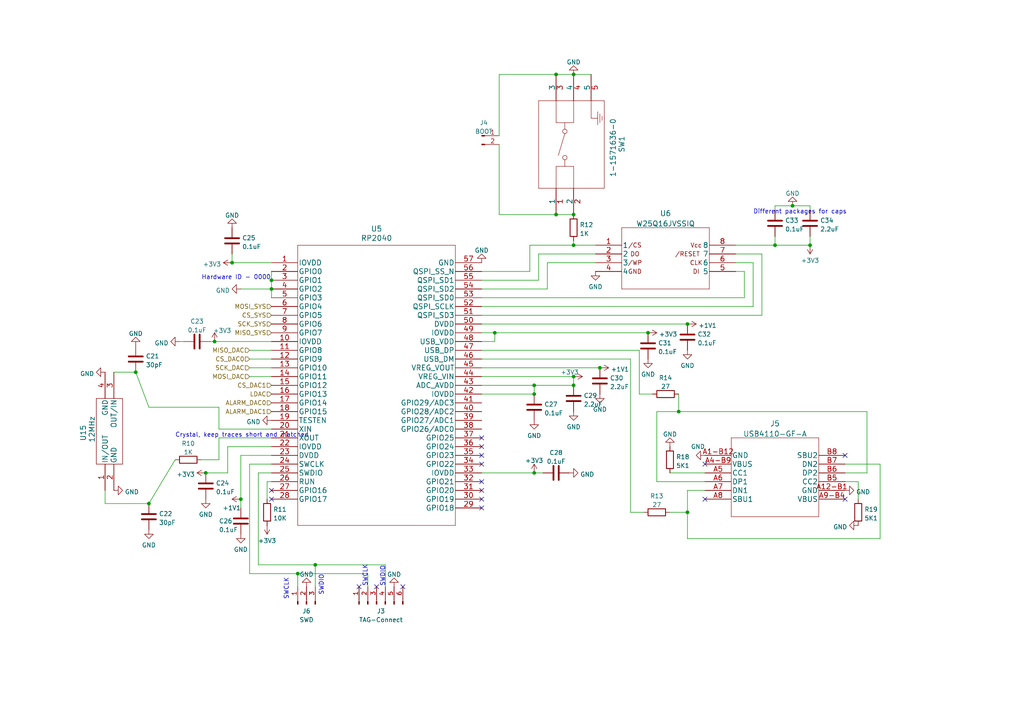
<source format=kicad_sch>
(kicad_sch (version 20211123) (generator eeschema)

  (uuid 0e6c8e1d-20ed-4561-a1a1-3d7f58da605a)

  (paper "A4")

  (lib_symbols
    (symbol "2022-06-16_17-23-33:RP2040" (pin_names (offset 0.254)) (in_bom yes) (on_board yes)
      (property "Reference" "U5" (id 0) (at 30.48 9.8298 0)
        (effects (font (size 1.524 1.524)))
      )
      (property "Value" "RP2040" (id 1) (at 30.48 7.1374 0)
        (effects (font (size 1.524 1.524)))
      )
      (property "Footprint" "RP2040:RP2040" (id 2) (at 30.48 6.096 0)
        (effects (font (size 1.524 1.524)) hide)
      )
      (property "Datasheet" "" (id 3) (at 0 0 0)
        (effects (font (size 1.524 1.524)))
      )
      (property "ki_locked" "" (id 4) (at 0 0 0)
        (effects (font (size 1.27 1.27)))
      )
      (property "ki_fp_filters" "IC57_RP2040 IC57_RP2040-M IC57_RP2040-L" (id 5) (at 0 0 0)
        (effects (font (size 1.27 1.27)) hide)
      )
      (symbol "RP2040_1_1"
        (polyline
          (pts
            (xy 7.62 -76.2)
            (xy 53.34 -76.2)
          )
          (stroke (width 0.127) (type default) (color 0 0 0 0))
          (fill (type none))
        )
        (polyline
          (pts
            (xy 7.62 5.08)
            (xy 7.62 -76.2)
          )
          (stroke (width 0.127) (type default) (color 0 0 0 0))
          (fill (type none))
        )
        (polyline
          (pts
            (xy 53.34 -76.2)
            (xy 53.34 5.08)
          )
          (stroke (width 0.127) (type default) (color 0 0 0 0))
          (fill (type none))
        )
        (polyline
          (pts
            (xy 53.34 5.08)
            (xy 7.62 5.08)
          )
          (stroke (width 0.127) (type default) (color 0 0 0 0))
          (fill (type none))
        )
        (pin power_in line (at 0 0 0) (length 7.62)
          (name "IOVDD" (effects (font (size 1.4986 1.4986))))
          (number "1" (effects (font (size 1.4986 1.4986))))
        )
        (pin power_in line (at 0 -22.86 0) (length 7.62)
          (name "IOVDD" (effects (font (size 1.4986 1.4986))))
          (number "10" (effects (font (size 1.4986 1.4986))))
        )
        (pin bidirectional line (at 0 -25.4 0) (length 7.62)
          (name "GPIO8" (effects (font (size 1.4986 1.4986))))
          (number "11" (effects (font (size 1.4986 1.4986))))
        )
        (pin bidirectional line (at 0 -27.94 0) (length 7.62)
          (name "GPIO9" (effects (font (size 1.4986 1.4986))))
          (number "12" (effects (font (size 1.4986 1.4986))))
        )
        (pin bidirectional line (at 0 -30.48 0) (length 7.62)
          (name "GPIO10" (effects (font (size 1.4986 1.4986))))
          (number "13" (effects (font (size 1.4986 1.4986))))
        )
        (pin bidirectional line (at 0 -33.02 0) (length 7.62)
          (name "GPIO11" (effects (font (size 1.4986 1.4986))))
          (number "14" (effects (font (size 1.4986 1.4986))))
        )
        (pin bidirectional line (at 0 -35.56 0) (length 7.62)
          (name "GPIO12" (effects (font (size 1.4986 1.4986))))
          (number "15" (effects (font (size 1.4986 1.4986))))
        )
        (pin bidirectional line (at 0 -38.1 0) (length 7.62)
          (name "GPIO13" (effects (font (size 1.4986 1.4986))))
          (number "16" (effects (font (size 1.4986 1.4986))))
        )
        (pin bidirectional line (at 0 -40.64 0) (length 7.62)
          (name "GPIO14" (effects (font (size 1.4986 1.4986))))
          (number "17" (effects (font (size 1.4986 1.4986))))
        )
        (pin bidirectional line (at 0 -43.18 0) (length 7.62)
          (name "GPIO15" (effects (font (size 1.4986 1.4986))))
          (number "18" (effects (font (size 1.4986 1.4986))))
        )
        (pin input line (at 0 -45.72 0) (length 7.62)
          (name "TESTEN" (effects (font (size 1.4986 1.4986))))
          (number "19" (effects (font (size 1.4986 1.4986))))
        )
        (pin bidirectional line (at 0 -2.54 0) (length 7.62)
          (name "GPIO0" (effects (font (size 1.4986 1.4986))))
          (number "2" (effects (font (size 1.4986 1.4986))))
        )
        (pin unspecified line (at 0 -48.26 0) (length 7.62)
          (name "XIN" (effects (font (size 1.4986 1.4986))))
          (number "20" (effects (font (size 1.4986 1.4986))))
        )
        (pin output line (at 0 -50.8 0) (length 7.62)
          (name "XOUT" (effects (font (size 1.4986 1.4986))))
          (number "21" (effects (font (size 1.4986 1.4986))))
        )
        (pin power_in line (at 0 -53.34 0) (length 7.62)
          (name "IOVDD" (effects (font (size 1.4986 1.4986))))
          (number "22" (effects (font (size 1.4986 1.4986))))
        )
        (pin power_in line (at 0 -55.88 0) (length 7.62)
          (name "DVDD" (effects (font (size 1.4986 1.4986))))
          (number "23" (effects (font (size 1.4986 1.4986))))
        )
        (pin unspecified line (at 0 -58.42 0) (length 7.62)
          (name "SWCLK" (effects (font (size 1.4986 1.4986))))
          (number "24" (effects (font (size 1.4986 1.4986))))
        )
        (pin unspecified line (at 0 -60.96 0) (length 7.62)
          (name "SWDIO" (effects (font (size 1.4986 1.4986))))
          (number "25" (effects (font (size 1.4986 1.4986))))
        )
        (pin unspecified line (at 0 -63.5 0) (length 7.62)
          (name "RUN" (effects (font (size 1.4986 1.4986))))
          (number "26" (effects (font (size 1.4986 1.4986))))
        )
        (pin bidirectional line (at 0 -66.04 0) (length 7.62)
          (name "GPIO16" (effects (font (size 1.4986 1.4986))))
          (number "27" (effects (font (size 1.4986 1.4986))))
        )
        (pin bidirectional line (at 0 -68.58 0) (length 7.62)
          (name "GPIO17" (effects (font (size 1.4986 1.4986))))
          (number "28" (effects (font (size 1.4986 1.4986))))
        )
        (pin bidirectional line (at 60.96 -71.12 180) (length 7.62)
          (name "GPIO18" (effects (font (size 1.4986 1.4986))))
          (number "29" (effects (font (size 1.4986 1.4986))))
        )
        (pin bidirectional line (at 0 -5.08 0) (length 7.62)
          (name "GPIO1" (effects (font (size 1.4986 1.4986))))
          (number "3" (effects (font (size 1.4986 1.4986))))
        )
        (pin bidirectional line (at 60.96 -68.58 180) (length 7.62)
          (name "GPIO19" (effects (font (size 1.4986 1.4986))))
          (number "30" (effects (font (size 1.4986 1.4986))))
        )
        (pin bidirectional line (at 60.96 -66.04 180) (length 7.62)
          (name "GPIO20" (effects (font (size 1.4986 1.4986))))
          (number "31" (effects (font (size 1.4986 1.4986))))
        )
        (pin bidirectional line (at 60.96 -63.5 180) (length 7.62)
          (name "GPIO21" (effects (font (size 1.4986 1.4986))))
          (number "32" (effects (font (size 1.4986 1.4986))))
        )
        (pin power_in line (at 60.96 -60.96 180) (length 7.62)
          (name "IOVDD" (effects (font (size 1.4986 1.4986))))
          (number "33" (effects (font (size 1.4986 1.4986))))
        )
        (pin bidirectional line (at 60.96 -58.42 180) (length 7.62)
          (name "GPIO22" (effects (font (size 1.4986 1.4986))))
          (number "34" (effects (font (size 1.4986 1.4986))))
        )
        (pin bidirectional line (at 60.96 -55.88 180) (length 7.62)
          (name "GPIO23" (effects (font (size 1.4986 1.4986))))
          (number "35" (effects (font (size 1.4986 1.4986))))
        )
        (pin bidirectional line (at 60.96 -53.34 180) (length 7.62)
          (name "GPIO24" (effects (font (size 1.4986 1.4986))))
          (number "36" (effects (font (size 1.4986 1.4986))))
        )
        (pin bidirectional line (at 60.96 -50.8 180) (length 7.62)
          (name "GPIO25" (effects (font (size 1.4986 1.4986))))
          (number "37" (effects (font (size 1.4986 1.4986))))
        )
        (pin bidirectional line (at 60.96 -48.26 180) (length 7.62)
          (name "GPIO26/ADC0" (effects (font (size 1.4986 1.4986))))
          (number "38" (effects (font (size 1.4986 1.4986))))
        )
        (pin bidirectional line (at 60.96 -45.72 180) (length 7.62)
          (name "GPIO27/ADC1" (effects (font (size 1.4986 1.4986))))
          (number "39" (effects (font (size 1.4986 1.4986))))
        )
        (pin bidirectional line (at 0 -7.62 0) (length 7.62)
          (name "GPIO2" (effects (font (size 1.4986 1.4986))))
          (number "4" (effects (font (size 1.4986 1.4986))))
        )
        (pin bidirectional line (at 60.96 -43.18 180) (length 7.62)
          (name "GPIO28/ADC2" (effects (font (size 1.4986 1.4986))))
          (number "40" (effects (font (size 1.4986 1.4986))))
        )
        (pin bidirectional line (at 60.96 -40.64 180) (length 7.62)
          (name "GPIO29/ADC3" (effects (font (size 1.4986 1.4986))))
          (number "41" (effects (font (size 1.4986 1.4986))))
        )
        (pin power_in line (at 60.96 -38.1 180) (length 7.62)
          (name "IOVDD" (effects (font (size 1.4986 1.4986))))
          (number "42" (effects (font (size 1.4986 1.4986))))
        )
        (pin power_in line (at 60.96 -35.56 180) (length 7.62)
          (name "ADC_AVDD" (effects (font (size 1.4986 1.4986))))
          (number "43" (effects (font (size 1.4986 1.4986))))
        )
        (pin power_in line (at 60.96 -33.02 180) (length 7.62)
          (name "VREG_VIN" (effects (font (size 1.4986 1.4986))))
          (number "44" (effects (font (size 1.4986 1.4986))))
        )
        (pin power_out line (at 60.96 -30.48 180) (length 7.62)
          (name "VREG_VOUT" (effects (font (size 1.4986 1.4986))))
          (number "45" (effects (font (size 1.4986 1.4986))))
        )
        (pin unspecified line (at 60.96 -27.94 180) (length 7.62)
          (name "USB_DM" (effects (font (size 1.4986 1.4986))))
          (number "46" (effects (font (size 1.4986 1.4986))))
        )
        (pin unspecified line (at 60.96 -25.4 180) (length 7.62)
          (name "USB_DP" (effects (font (size 1.4986 1.4986))))
          (number "47" (effects (font (size 1.4986 1.4986))))
        )
        (pin power_in line (at 60.96 -22.86 180) (length 7.62)
          (name "USB_VDD" (effects (font (size 1.4986 1.4986))))
          (number "48" (effects (font (size 1.4986 1.4986))))
        )
        (pin power_in line (at 60.96 -20.32 180) (length 7.62)
          (name "IOVDD" (effects (font (size 1.4986 1.4986))))
          (number "49" (effects (font (size 1.4986 1.4986))))
        )
        (pin bidirectional line (at 0 -10.16 0) (length 7.62)
          (name "GPIO3" (effects (font (size 1.4986 1.4986))))
          (number "5" (effects (font (size 1.4986 1.4986))))
        )
        (pin power_in line (at 60.96 -17.78 180) (length 7.62)
          (name "DVDD" (effects (font (size 1.4986 1.4986))))
          (number "50" (effects (font (size 1.4986 1.4986))))
        )
        (pin bidirectional line (at 60.96 -15.24 180) (length 7.62)
          (name "QSPI_SD3" (effects (font (size 1.4986 1.4986))))
          (number "51" (effects (font (size 1.4986 1.4986))))
        )
        (pin unspecified line (at 60.96 -12.7 180) (length 7.62)
          (name "QSPI_SCLK" (effects (font (size 1.4986 1.4986))))
          (number "52" (effects (font (size 1.4986 1.4986))))
        )
        (pin bidirectional line (at 60.96 -10.16 180) (length 7.62)
          (name "QSPI_SD0" (effects (font (size 1.4986 1.4986))))
          (number "53" (effects (font (size 1.4986 1.4986))))
        )
        (pin bidirectional line (at 60.96 -7.62 180) (length 7.62)
          (name "QSPI_SD2" (effects (font (size 1.4986 1.4986))))
          (number "54" (effects (font (size 1.4986 1.4986))))
        )
        (pin bidirectional line (at 60.96 -5.08 180) (length 7.62)
          (name "QSPI_SD1" (effects (font (size 1.4986 1.4986))))
          (number "55" (effects (font (size 1.4986 1.4986))))
        )
        (pin unspecified line (at 60.96 -2.54 180) (length 7.62)
          (name "QSPI_SS_N" (effects (font (size 1.4986 1.4986))))
          (number "56" (effects (font (size 1.4986 1.4986))))
        )
        (pin power_in line (at 60.96 0 180) (length 7.62)
          (name "GND" (effects (font (size 1.4986 1.4986))))
          (number "57" (effects (font (size 1.4986 1.4986))))
        )
        (pin bidirectional line (at 0 -12.7 0) (length 7.62)
          (name "GPIO4" (effects (font (size 1.4986 1.4986))))
          (number "6" (effects (font (size 1.4986 1.4986))))
        )
        (pin bidirectional line (at 0 -15.24 0) (length 7.62)
          (name "GPIO5" (effects (font (size 1.4986 1.4986))))
          (number "7" (effects (font (size 1.4986 1.4986))))
        )
        (pin bidirectional line (at 0 -17.78 0) (length 7.62)
          (name "GPIO6" (effects (font (size 1.4986 1.4986))))
          (number "8" (effects (font (size 1.4986 1.4986))))
        )
        (pin bidirectional line (at 0 -20.32 0) (length 7.62)
          (name "GPIO7" (effects (font (size 1.4986 1.4986))))
          (number "9" (effects (font (size 1.4986 1.4986))))
        )
      )
    )
    (symbol "2022-07-05_21-57-26:W25Q16JVSSIQ" (pin_names (offset 0.254)) (in_bom yes) (on_board yes)
      (property "Reference" "U6" (id 0) (at 20.32 9.2276 0)
        (effects (font (size 1.524 1.524)))
      )
      (property "Value" "W25Q16JVSSIQ" (id 1) (at 20.32 6.2342 0)
        (effects (font (size 1.524 1.524)))
      )
      (property "Footprint" "W25Q16JVSSIQ:W25Q16JVSSIQ" (id 2) (at 20.32 6.096 0)
        (effects (font (size 1.524 1.524)) hide)
      )
      (property "Datasheet" "" (id 3) (at 0 0 0)
        (effects (font (size 1.524 1.524)))
      )
      (property "ki_locked" "" (id 4) (at 0 0 0)
        (effects (font (size 1.27 1.27)))
      )
      (property "ki_fp_filters" "W25Q16JVSSIQ_WIN W25Q16JVSSIQ_WIN-M W25Q16JVSSIQ_WIN-L" (id 5) (at 0 0 0)
        (effects (font (size 1.27 1.27)) hide)
      )
      (symbol "W25Q16JVSSIQ_0_0"
        (text "/CS" (at 11.43 0 0)
          (effects (font (size 1.27 1.27)))
        )
        (text "/RESET" (at 26.67 -2.54 0)
          (effects (font (size 1.27 1.27)))
        )
        (text "/WP" (at 11.43 -5.08 0)
          (effects (font (size 1.27 1.27)))
        )
        (text "CLK" (at 29.21 -5.08 0)
          (effects (font (size 1.27 1.27)))
        )
        (text "DI" (at 29.21 -7.62 0)
          (effects (font (size 1.27 1.27)))
        )
        (text "DO" (at 11.43 -2.54 0)
          (effects (font (size 1.27 1.27)))
        )
        (text "GND" (at 11.43 -7.62 0)
          (effects (font (size 1.27 1.27)))
        )
        (text "Vcc" (at 29.21 0 0)
          (effects (font (size 1.27 1.27)))
        )
      )
      (symbol "W25Q16JVSSIQ_1_1"
        (polyline
          (pts
            (xy 7.62 -12.7)
            (xy 33.02 -12.7)
          )
          (stroke (width 0.127) (type default) (color 0 0 0 0))
          (fill (type none))
        )
        (polyline
          (pts
            (xy 7.62 5.08)
            (xy 7.62 -12.7)
          )
          (stroke (width 0.127) (type default) (color 0 0 0 0))
          (fill (type none))
        )
        (polyline
          (pts
            (xy 33.02 -12.7)
            (xy 33.02 5.08)
          )
          (stroke (width 0.127) (type default) (color 0 0 0 0))
          (fill (type none))
        )
        (polyline
          (pts
            (xy 33.02 5.08)
            (xy 7.62 5.08)
          )
          (stroke (width 0.127) (type default) (color 0 0 0 0))
          (fill (type none))
        )
        (pin unspecified line (at 0 0 0) (length 7.62)
          (name "1" (effects (font (size 1.4986 1.4986))))
          (number "1" (effects (font (size 1.4986 1.4986))))
        )
        (pin unspecified line (at 0 -2.54 0) (length 7.62)
          (name "2" (effects (font (size 1.4986 1.4986))))
          (number "2" (effects (font (size 1.4986 1.4986))))
        )
        (pin unspecified line (at 0 -5.08 0) (length 7.62)
          (name "3" (effects (font (size 1.4986 1.4986))))
          (number "3" (effects (font (size 1.4986 1.4986))))
        )
        (pin power_in line (at 0 -7.62 0) (length 7.62)
          (name "4" (effects (font (size 1.4986 1.4986))))
          (number "4" (effects (font (size 1.4986 1.4986))))
        )
        (pin unspecified line (at 40.64 -7.62 180) (length 7.62)
          (name "5" (effects (font (size 1.4986 1.4986))))
          (number "5" (effects (font (size 1.4986 1.4986))))
        )
        (pin unspecified line (at 40.64 -5.08 180) (length 7.62)
          (name "6" (effects (font (size 1.4986 1.4986))))
          (number "6" (effects (font (size 1.4986 1.4986))))
        )
        (pin unspecified line (at 40.64 -2.54 180) (length 7.62)
          (name "7" (effects (font (size 1.4986 1.4986))))
          (number "7" (effects (font (size 1.4986 1.4986))))
        )
        (pin power_in line (at 40.64 0 180) (length 7.62)
          (name "8" (effects (font (size 1.4986 1.4986))))
          (number "8" (effects (font (size 1.4986 1.4986))))
        )
      )
    )
    (symbol "2022-07-06_18-10-32:USB4110-GF-A" (pin_names (offset 0.254)) (in_bom yes) (on_board yes)
      (property "Reference" "J" (id 0) (at 20.32 10.16 0)
        (effects (font (size 1.524 1.524)))
      )
      (property "Value" "USB4110-GF-A" (id 1) (at 20.32 7.62 0)
        (effects (font (size 1.524 1.524)))
      )
      (property "Footprint" "USB4110-GF-A_GCT" (id 2) (at 20.32 6.096 0)
        (effects (font (size 1.524 1.524)) hide)
      )
      (property "Datasheet" "" (id 3) (at 0 0 0)
        (effects (font (size 1.524 1.524)))
      )
      (property "ki_locked" "" (id 4) (at 0 0 0)
        (effects (font (size 1.27 1.27)))
      )
      (property "ki_fp_filters" "USB4110-GF-A_GCT" (id 5) (at 0 0 0)
        (effects (font (size 1.27 1.27)) hide)
      )
      (symbol "USB4110-GF-A_1_1"
        (polyline
          (pts
            (xy 7.62 -17.78)
            (xy 33.02 -17.78)
          )
          (stroke (width 0.127) (type default) (color 0 0 0 0))
          (fill (type none))
        )
        (polyline
          (pts
            (xy 7.62 5.08)
            (xy 7.62 -17.78)
          )
          (stroke (width 0.127) (type default) (color 0 0 0 0))
          (fill (type none))
        )
        (polyline
          (pts
            (xy 33.02 -17.78)
            (xy 33.02 5.08)
          )
          (stroke (width 0.127) (type default) (color 0 0 0 0))
          (fill (type none))
        )
        (polyline
          (pts
            (xy 33.02 5.08)
            (xy 7.62 5.08)
          )
          (stroke (width 0.127) (type default) (color 0 0 0 0))
          (fill (type none))
        )
        (pin power_in line (at 0 0 0) (length 7.62)
          (name "GND" (effects (font (size 1.4986 1.4986))))
          (number "A1-B12" (effects (font (size 1.4986 1.4986))))
        )
        (pin power_in line (at 40.64 -10.16 180) (length 7.62)
          (name "GND" (effects (font (size 1.4986 1.4986))))
          (number "A12-B1" (effects (font (size 1.4986 1.4986))))
        )
        (pin power_in line (at 0 -2.54 0) (length 7.62)
          (name "VBUS" (effects (font (size 1.4986 1.4986))))
          (number "A4-B9" (effects (font (size 1.4986 1.4986))))
        )
        (pin bidirectional line (at 0 -5.08 0) (length 7.62)
          (name "CC1" (effects (font (size 1.4986 1.4986))))
          (number "A5" (effects (font (size 1.4986 1.4986))))
        )
        (pin bidirectional line (at 0 -7.62 0) (length 7.62)
          (name "DP1" (effects (font (size 1.4986 1.4986))))
          (number "A6" (effects (font (size 1.4986 1.4986))))
        )
        (pin bidirectional line (at 0 -10.16 0) (length 7.62)
          (name "DN1" (effects (font (size 1.4986 1.4986))))
          (number "A7" (effects (font (size 1.4986 1.4986))))
        )
        (pin bidirectional line (at 0 -12.7 0) (length 7.62)
          (name "SBU1" (effects (font (size 1.4986 1.4986))))
          (number "A8" (effects (font (size 1.4986 1.4986))))
        )
        (pin power_in line (at 40.64 -12.7 180) (length 7.62)
          (name "VBUS" (effects (font (size 1.4986 1.4986))))
          (number "A9-B4" (effects (font (size 1.4986 1.4986))))
        )
        (pin bidirectional line (at 40.64 -7.62 180) (length 7.62)
          (name "CC2" (effects (font (size 1.4986 1.4986))))
          (number "B5" (effects (font (size 1.4986 1.4986))))
        )
        (pin bidirectional line (at 40.64 -5.08 180) (length 7.62)
          (name "DP2" (effects (font (size 1.4986 1.4986))))
          (number "B6" (effects (font (size 1.4986 1.4986))))
        )
        (pin bidirectional line (at 40.64 -2.54 180) (length 7.62)
          (name "DN2" (effects (font (size 1.4986 1.4986))))
          (number "B7" (effects (font (size 1.4986 1.4986))))
        )
        (pin bidirectional line (at 40.64 0 180) (length 7.62)
          (name "SBU2" (effects (font (size 1.4986 1.4986))))
          (number "B8" (effects (font (size 1.4986 1.4986))))
        )
      )
    )
    (symbol "2022-07-11_19-20-20:1-1571636-0" (pin_names (offset 0)) (in_bom yes) (on_board yes)
      (property "Reference" "SW1" (id 0) (at 14.6685 21.2962 90)
        (effects (font (size 1.524 1.524)) (justify right))
      )
      (property "Value" "1-1571636-0" (id 1) (at 14.6685 18.3028 90)
        (effects (font (size 1.524 1.524)) (justify right))
      )
      (property "Footprint" "1-1571636-0:1-1571636-0" (id 2) (at -6.096 20.32 0)
        (effects (font (size 1.524 1.524)) hide)
      )
      (property "Datasheet" "" (id 3) (at 0 0 0)
        (effects (font (size 1.524 1.524)))
      )
      (property "ki_locked" "" (id 4) (at 0 0 0)
        (effects (font (size 1.27 1.27)))
      )
      (property "ki_fp_filters" "SW5_1571636_TEC" (id 5) (at 0 0 0)
        (effects (font (size 1.27 1.27)) hide)
      )
      (symbol "1-1571636-0_1_1"
        (polyline
          (pts
            (xy 7.62 -13.97)
            (xy 33.02 -13.97)
          )
          (stroke (width 0.127) (type default) (color 0 0 0 0))
          (fill (type none))
        )
        (polyline
          (pts
            (xy 7.62 -5.08)
            (xy 13.97 -5.08)
          )
          (stroke (width 0.127) (type default) (color 0 0 0 0))
          (fill (type none))
        )
        (polyline
          (pts
            (xy 7.62 0)
            (xy 13.97 0)
          )
          (stroke (width 0.127) (type default) (color 0 0 0 0))
          (fill (type none))
        )
        (polyline
          (pts
            (xy 7.62 5.08)
            (xy 7.62 -13.97)
          )
          (stroke (width 0.127) (type default) (color 0 0 0 0))
          (fill (type none))
        )
        (polyline
          (pts
            (xy 13.97 -2.54)
            (xy 15.875 -2.54)
          )
          (stroke (width 0.127) (type default) (color 0 0 0 0))
          (fill (type none))
        )
        (polyline
          (pts
            (xy 13.97 0)
            (xy 13.97 -5.08)
          )
          (stroke (width 0.127) (type default) (color 0 0 0 0))
          (fill (type none))
        )
        (polyline
          (pts
            (xy 17.145 -0.635)
            (xy 23.495 -2.54)
          )
          (stroke (width 0.127) (type default) (color 0 0 0 0))
          (fill (type none))
        )
        (polyline
          (pts
            (xy 24.765 -2.54)
            (xy 26.67 -2.54)
          )
          (stroke (width 0.127) (type default) (color 0 0 0 0))
          (fill (type none))
        )
        (polyline
          (pts
            (xy 26.035 -12.065)
            (xy 29.845 -12.065)
          )
          (stroke (width 0.127) (type default) (color 0 0 0 0))
          (fill (type none))
        )
        (polyline
          (pts
            (xy 26.67 -12.7)
            (xy 29.21 -12.7)
          )
          (stroke (width 0.127) (type default) (color 0 0 0 0))
          (fill (type none))
        )
        (polyline
          (pts
            (xy 26.67 -5.08)
            (xy 33.02 -5.08)
          )
          (stroke (width 0.127) (type default) (color 0 0 0 0))
          (fill (type none))
        )
        (polyline
          (pts
            (xy 26.67 0)
            (xy 26.67 -5.08)
          )
          (stroke (width 0.127) (type default) (color 0 0 0 0))
          (fill (type none))
        )
        (polyline
          (pts
            (xy 27.305 -13.335)
            (xy 28.575 -13.335)
          )
          (stroke (width 0.127) (type default) (color 0 0 0 0))
          (fill (type none))
        )
        (polyline
          (pts
            (xy 27.686 -13.97)
            (xy 28.321 -13.97)
          )
          (stroke (width 0.127) (type default) (color 0 0 0 0))
          (fill (type none))
        )
        (polyline
          (pts
            (xy 27.94 -10.16)
            (xy 27.94 -12.065)
          )
          (stroke (width 0.127) (type default) (color 0 0 0 0))
          (fill (type none))
        )
        (polyline
          (pts
            (xy 27.94 -10.16)
            (xy 33.02 -10.16)
          )
          (stroke (width 0.127) (type default) (color 0 0 0 0))
          (fill (type none))
        )
        (polyline
          (pts
            (xy 33.02 -13.97)
            (xy 33.02 5.08)
          )
          (stroke (width 0.127) (type default) (color 0 0 0 0))
          (fill (type none))
        )
        (polyline
          (pts
            (xy 33.02 0)
            (xy 26.67 0)
          )
          (stroke (width 0.127) (type default) (color 0 0 0 0))
          (fill (type none))
        )
        (polyline
          (pts
            (xy 33.02 5.08)
            (xy 7.62 5.08)
          )
          (stroke (width 0.127) (type default) (color 0 0 0 0))
          (fill (type none))
        )
        (circle (center 16.51 -2.54) (radius 0.635)
          (stroke (width 0.127) (type default) (color 0 0 0 0))
          (fill (type none))
        )
        (arc (start 17.145 -2.54) (mid 15.875 -2.54) (end 17.145 -2.54)
          (stroke (width 0.127) (type default) (color 0 0 0 0))
          (fill (type none))
        )
        (arc (start 23.495 -2.54) (mid 24.765 -2.54) (end 23.495 -2.54)
          (stroke (width 0.127) (type default) (color 0 0 0 0))
          (fill (type none))
        )
        (circle (center 24.13 -2.54) (radius 0.635)
          (stroke (width 0.127) (type default) (color 0 0 0 0))
          (fill (type none))
        )
        (pin output line (at 0 0 0) (length 7.62)
          (name "1" (effects (font (size 1.4986 1.4986))))
          (number "1" (effects (font (size 1.4986 1.4986))))
        )
        (pin input line (at 0 -5.08 0) (length 7.62)
          (name "2" (effects (font (size 1.4986 1.4986))))
          (number "2" (effects (font (size 1.4986 1.4986))))
        )
        (pin input line (at 40.64 0 180) (length 7.62)
          (name "3" (effects (font (size 1.4986 1.4986))))
          (number "3" (effects (font (size 1.4986 1.4986))))
        )
        (pin input line (at 40.64 -5.08 180) (length 7.62)
          (name "4" (effects (font (size 1.4986 1.4986))))
          (number "4" (effects (font (size 1.4986 1.4986))))
        )
        (pin power_in line (at 40.64 -10.16 180) (length 7.62)
          (name "5" (effects (font (size 1.4986 1.4986))))
          (number "5" (effects (font (size 1.4986 1.4986))))
        )
      )
    )
    (symbol "2022-07-13_18-10-31:ECS-120-20-33-CKM-TR" (pin_names (offset 0.254)) (in_bom yes) (on_board yes)
      (property "Reference" "U?" (id 0) (at 8.3185 26.3762 90)
        (effects (font (size 1.524 1.524)) (justify right))
      )
      (property "Value" "ECS-120-20-33-CKM-TR" (id 1) (at -6.35 41.91 0)
        (effects (font (size 1.524 1.524)) (justify right))
      )
      (property "Footprint" "SMD_EXC-32_CRYSTAL_3P2X2P5_ECS" (id 2) (at -6.096 25.4 0)
        (effects (font (size 1.524 1.524)) hide)
      )
      (property "Datasheet" "" (id 3) (at 0 0 0)
        (effects (font (size 1.524 1.524)))
      )
      (property "ki_locked" "" (id 4) (at 0 0 0)
        (effects (font (size 1.27 1.27)))
      )
      (property "ki_fp_filters" "SMD_EXC-32_CRYSTAL_3P2X2P5_ECS SMD_EXC-32_CRYSTAL_3P2X2P5_ECS-M SMD_EXC-32_CRYSTAL_3P2X2P5_ECS-L" (id 5) (at 0 0 0)
        (effects (font (size 1.27 1.27)) hide)
      )
      (symbol "ECS-120-20-33-CKM-TR_0_1"
        (rectangle (start 7.62 2.54) (end 26.67 -5.08)
          (stroke (width 0) (type default) (color 0 0 0 0))
          (fill (type none))
        )
      )
      (symbol "ECS-120-20-33-CKM-TR_1_1"
        (pin output line (at 0 0 0) (length 7.62)
          (name "IN/OUT" (effects (font (size 1.4986 1.4986))))
          (number "1" (effects (font (size 1.4986 1.4986))))
        )
        (pin power_in line (at 0 -2.54 0) (length 7.62)
          (name "GND" (effects (font (size 1.4986 1.4986))))
          (number "2" (effects (font (size 1.4986 1.4986))))
        )
        (pin output line (at 34.29 -2.54 180) (length 7.62)
          (name "OUT/IN" (effects (font (size 1.4986 1.4986))))
          (number "3" (effects (font (size 1.4986 1.4986))))
        )
        (pin power_in line (at 34.29 0 180) (length 7.62)
          (name "GND" (effects (font (size 1.4986 1.4986))))
          (number "4" (effects (font (size 1.4986 1.4986))))
        )
      )
    )
    (symbol "Connector:Conn_01x02_Male" (pin_names (offset 1.016) hide) (in_bom yes) (on_board yes)
      (property "Reference" "J" (id 0) (at 0 2.54 0)
        (effects (font (size 1.27 1.27)))
      )
      (property "Value" "Conn_01x02_Male" (id 1) (at 0 -5.08 0)
        (effects (font (size 1.27 1.27)))
      )
      (property "Footprint" "" (id 2) (at 0 0 0)
        (effects (font (size 1.27 1.27)) hide)
      )
      (property "Datasheet" "~" (id 3) (at 0 0 0)
        (effects (font (size 1.27 1.27)) hide)
      )
      (property "ki_keywords" "connector" (id 4) (at 0 0 0)
        (effects (font (size 1.27 1.27)) hide)
      )
      (property "ki_description" "Generic connector, single row, 01x02, script generated (kicad-library-utils/schlib/autogen/connector/)" (id 5) (at 0 0 0)
        (effects (font (size 1.27 1.27)) hide)
      )
      (property "ki_fp_filters" "Connector*:*_1x??_*" (id 6) (at 0 0 0)
        (effects (font (size 1.27 1.27)) hide)
      )
      (symbol "Conn_01x02_Male_1_1"
        (polyline
          (pts
            (xy 1.27 -2.54)
            (xy 0.8636 -2.54)
          )
          (stroke (width 0.1524) (type default) (color 0 0 0 0))
          (fill (type none))
        )
        (polyline
          (pts
            (xy 1.27 0)
            (xy 0.8636 0)
          )
          (stroke (width 0.1524) (type default) (color 0 0 0 0))
          (fill (type none))
        )
        (rectangle (start 0.8636 -2.413) (end 0 -2.667)
          (stroke (width 0.1524) (type default) (color 0 0 0 0))
          (fill (type outline))
        )
        (rectangle (start 0.8636 0.127) (end 0 -0.127)
          (stroke (width 0.1524) (type default) (color 0 0 0 0))
          (fill (type outline))
        )
        (pin passive line (at 5.08 0 180) (length 3.81)
          (name "Pin_1" (effects (font (size 1.27 1.27))))
          (number "1" (effects (font (size 1.27 1.27))))
        )
        (pin passive line (at 5.08 -2.54 180) (length 3.81)
          (name "Pin_2" (effects (font (size 1.27 1.27))))
          (number "2" (effects (font (size 1.27 1.27))))
        )
      )
    )
    (symbol "Connector:Conn_01x03_Male" (pin_names (offset 1.016) hide) (in_bom yes) (on_board yes)
      (property "Reference" "J" (id 0) (at 0 5.08 0)
        (effects (font (size 1.27 1.27)))
      )
      (property "Value" "Conn_01x03_Male" (id 1) (at 0 -5.08 0)
        (effects (font (size 1.27 1.27)))
      )
      (property "Footprint" "" (id 2) (at 0 0 0)
        (effects (font (size 1.27 1.27)) hide)
      )
      (property "Datasheet" "~" (id 3) (at 0 0 0)
        (effects (font (size 1.27 1.27)) hide)
      )
      (property "ki_keywords" "connector" (id 4) (at 0 0 0)
        (effects (font (size 1.27 1.27)) hide)
      )
      (property "ki_description" "Generic connector, single row, 01x03, script generated (kicad-library-utils/schlib/autogen/connector/)" (id 5) (at 0 0 0)
        (effects (font (size 1.27 1.27)) hide)
      )
      (property "ki_fp_filters" "Connector*:*_1x??_*" (id 6) (at 0 0 0)
        (effects (font (size 1.27 1.27)) hide)
      )
      (symbol "Conn_01x03_Male_1_1"
        (polyline
          (pts
            (xy 1.27 -2.54)
            (xy 0.8636 -2.54)
          )
          (stroke (width 0.1524) (type default) (color 0 0 0 0))
          (fill (type none))
        )
        (polyline
          (pts
            (xy 1.27 0)
            (xy 0.8636 0)
          )
          (stroke (width 0.1524) (type default) (color 0 0 0 0))
          (fill (type none))
        )
        (polyline
          (pts
            (xy 1.27 2.54)
            (xy 0.8636 2.54)
          )
          (stroke (width 0.1524) (type default) (color 0 0 0 0))
          (fill (type none))
        )
        (rectangle (start 0.8636 -2.413) (end 0 -2.667)
          (stroke (width 0.1524) (type default) (color 0 0 0 0))
          (fill (type outline))
        )
        (rectangle (start 0.8636 0.127) (end 0 -0.127)
          (stroke (width 0.1524) (type default) (color 0 0 0 0))
          (fill (type outline))
        )
        (rectangle (start 0.8636 2.667) (end 0 2.413)
          (stroke (width 0.1524) (type default) (color 0 0 0 0))
          (fill (type outline))
        )
        (pin passive line (at 5.08 2.54 180) (length 3.81)
          (name "Pin_1" (effects (font (size 1.27 1.27))))
          (number "1" (effects (font (size 1.27 1.27))))
        )
        (pin passive line (at 5.08 0 180) (length 3.81)
          (name "Pin_2" (effects (font (size 1.27 1.27))))
          (number "2" (effects (font (size 1.27 1.27))))
        )
        (pin passive line (at 5.08 -2.54 180) (length 3.81)
          (name "Pin_3" (effects (font (size 1.27 1.27))))
          (number "3" (effects (font (size 1.27 1.27))))
        )
      )
    )
    (symbol "Connector:Conn_01x06_Male" (pin_names (offset 1.016) hide) (in_bom yes) (on_board yes)
      (property "Reference" "J" (id 0) (at 0 7.62 0)
        (effects (font (size 1.27 1.27)))
      )
      (property "Value" "Conn_01x06_Male" (id 1) (at 0 -10.16 0)
        (effects (font (size 1.27 1.27)))
      )
      (property "Footprint" "" (id 2) (at 0 0 0)
        (effects (font (size 1.27 1.27)) hide)
      )
      (property "Datasheet" "~" (id 3) (at 0 0 0)
        (effects (font (size 1.27 1.27)) hide)
      )
      (property "ki_keywords" "connector" (id 4) (at 0 0 0)
        (effects (font (size 1.27 1.27)) hide)
      )
      (property "ki_description" "Generic connector, single row, 01x06, script generated (kicad-library-utils/schlib/autogen/connector/)" (id 5) (at 0 0 0)
        (effects (font (size 1.27 1.27)) hide)
      )
      (property "ki_fp_filters" "Connector*:*_1x??_*" (id 6) (at 0 0 0)
        (effects (font (size 1.27 1.27)) hide)
      )
      (symbol "Conn_01x06_Male_1_1"
        (polyline
          (pts
            (xy 1.27 -7.62)
            (xy 0.8636 -7.62)
          )
          (stroke (width 0.1524) (type default) (color 0 0 0 0))
          (fill (type none))
        )
        (polyline
          (pts
            (xy 1.27 -5.08)
            (xy 0.8636 -5.08)
          )
          (stroke (width 0.1524) (type default) (color 0 0 0 0))
          (fill (type none))
        )
        (polyline
          (pts
            (xy 1.27 -2.54)
            (xy 0.8636 -2.54)
          )
          (stroke (width 0.1524) (type default) (color 0 0 0 0))
          (fill (type none))
        )
        (polyline
          (pts
            (xy 1.27 0)
            (xy 0.8636 0)
          )
          (stroke (width 0.1524) (type default) (color 0 0 0 0))
          (fill (type none))
        )
        (polyline
          (pts
            (xy 1.27 2.54)
            (xy 0.8636 2.54)
          )
          (stroke (width 0.1524) (type default) (color 0 0 0 0))
          (fill (type none))
        )
        (polyline
          (pts
            (xy 1.27 5.08)
            (xy 0.8636 5.08)
          )
          (stroke (width 0.1524) (type default) (color 0 0 0 0))
          (fill (type none))
        )
        (rectangle (start 0.8636 -7.493) (end 0 -7.747)
          (stroke (width 0.1524) (type default) (color 0 0 0 0))
          (fill (type outline))
        )
        (rectangle (start 0.8636 -4.953) (end 0 -5.207)
          (stroke (width 0.1524) (type default) (color 0 0 0 0))
          (fill (type outline))
        )
        (rectangle (start 0.8636 -2.413) (end 0 -2.667)
          (stroke (width 0.1524) (type default) (color 0 0 0 0))
          (fill (type outline))
        )
        (rectangle (start 0.8636 0.127) (end 0 -0.127)
          (stroke (width 0.1524) (type default) (color 0 0 0 0))
          (fill (type outline))
        )
        (rectangle (start 0.8636 2.667) (end 0 2.413)
          (stroke (width 0.1524) (type default) (color 0 0 0 0))
          (fill (type outline))
        )
        (rectangle (start 0.8636 5.207) (end 0 4.953)
          (stroke (width 0.1524) (type default) (color 0 0 0 0))
          (fill (type outline))
        )
        (pin passive line (at 5.08 5.08 180) (length 3.81)
          (name "Pin_1" (effects (font (size 1.27 1.27))))
          (number "1" (effects (font (size 1.27 1.27))))
        )
        (pin passive line (at 5.08 2.54 180) (length 3.81)
          (name "Pin_2" (effects (font (size 1.27 1.27))))
          (number "2" (effects (font (size 1.27 1.27))))
        )
        (pin passive line (at 5.08 0 180) (length 3.81)
          (name "Pin_3" (effects (font (size 1.27 1.27))))
          (number "3" (effects (font (size 1.27 1.27))))
        )
        (pin passive line (at 5.08 -2.54 180) (length 3.81)
          (name "Pin_4" (effects (font (size 1.27 1.27))))
          (number "4" (effects (font (size 1.27 1.27))))
        )
        (pin passive line (at 5.08 -5.08 180) (length 3.81)
          (name "Pin_5" (effects (font (size 1.27 1.27))))
          (number "5" (effects (font (size 1.27 1.27))))
        )
        (pin passive line (at 5.08 -7.62 180) (length 3.81)
          (name "Pin_6" (effects (font (size 1.27 1.27))))
          (number "6" (effects (font (size 1.27 1.27))))
        )
      )
    )
    (symbol "Device:C" (pin_numbers hide) (pin_names (offset 0.254)) (in_bom yes) (on_board yes)
      (property "Reference" "C" (id 0) (at 0.635 2.54 0)
        (effects (font (size 1.27 1.27)) (justify left))
      )
      (property "Value" "C" (id 1) (at 0.635 -2.54 0)
        (effects (font (size 1.27 1.27)) (justify left))
      )
      (property "Footprint" "" (id 2) (at 0.9652 -3.81 0)
        (effects (font (size 1.27 1.27)) hide)
      )
      (property "Datasheet" "~" (id 3) (at 0 0 0)
        (effects (font (size 1.27 1.27)) hide)
      )
      (property "ki_keywords" "cap capacitor" (id 4) (at 0 0 0)
        (effects (font (size 1.27 1.27)) hide)
      )
      (property "ki_description" "Unpolarized capacitor" (id 5) (at 0 0 0)
        (effects (font (size 1.27 1.27)) hide)
      )
      (property "ki_fp_filters" "C_*" (id 6) (at 0 0 0)
        (effects (font (size 1.27 1.27)) hide)
      )
      (symbol "C_0_1"
        (polyline
          (pts
            (xy -2.032 -0.762)
            (xy 2.032 -0.762)
          )
          (stroke (width 0.508) (type default) (color 0 0 0 0))
          (fill (type none))
        )
        (polyline
          (pts
            (xy -2.032 0.762)
            (xy 2.032 0.762)
          )
          (stroke (width 0.508) (type default) (color 0 0 0 0))
          (fill (type none))
        )
      )
      (symbol "C_1_1"
        (pin passive line (at 0 3.81 270) (length 2.794)
          (name "~" (effects (font (size 1.27 1.27))))
          (number "1" (effects (font (size 1.27 1.27))))
        )
        (pin passive line (at 0 -3.81 90) (length 2.794)
          (name "~" (effects (font (size 1.27 1.27))))
          (number "2" (effects (font (size 1.27 1.27))))
        )
      )
    )
    (symbol "Device:R" (pin_numbers hide) (pin_names (offset 0)) (in_bom yes) (on_board yes)
      (property "Reference" "R" (id 0) (at 2.032 0 90)
        (effects (font (size 1.27 1.27)))
      )
      (property "Value" "R" (id 1) (at 0 0 90)
        (effects (font (size 1.27 1.27)))
      )
      (property "Footprint" "" (id 2) (at -1.778 0 90)
        (effects (font (size 1.27 1.27)) hide)
      )
      (property "Datasheet" "~" (id 3) (at 0 0 0)
        (effects (font (size 1.27 1.27)) hide)
      )
      (property "ki_keywords" "R res resistor" (id 4) (at 0 0 0)
        (effects (font (size 1.27 1.27)) hide)
      )
      (property "ki_description" "Resistor" (id 5) (at 0 0 0)
        (effects (font (size 1.27 1.27)) hide)
      )
      (property "ki_fp_filters" "R_*" (id 6) (at 0 0 0)
        (effects (font (size 1.27 1.27)) hide)
      )
      (symbol "R_0_1"
        (rectangle (start -1.016 -2.54) (end 1.016 2.54)
          (stroke (width 0.254) (type default) (color 0 0 0 0))
          (fill (type none))
        )
      )
      (symbol "R_1_1"
        (pin passive line (at 0 3.81 270) (length 1.27)
          (name "~" (effects (font (size 1.27 1.27))))
          (number "1" (effects (font (size 1.27 1.27))))
        )
        (pin passive line (at 0 -3.81 90) (length 1.27)
          (name "~" (effects (font (size 1.27 1.27))))
          (number "2" (effects (font (size 1.27 1.27))))
        )
      )
    )
    (symbol "power:+1V1" (power) (pin_names (offset 0)) (in_bom yes) (on_board yes)
      (property "Reference" "#PWR" (id 0) (at 0 -3.81 0)
        (effects (font (size 1.27 1.27)) hide)
      )
      (property "Value" "+1V1" (id 1) (at 0 3.556 0)
        (effects (font (size 1.27 1.27)))
      )
      (property "Footprint" "" (id 2) (at 0 0 0)
        (effects (font (size 1.27 1.27)) hide)
      )
      (property "Datasheet" "" (id 3) (at 0 0 0)
        (effects (font (size 1.27 1.27)) hide)
      )
      (property "ki_keywords" "power-flag" (id 4) (at 0 0 0)
        (effects (font (size 1.27 1.27)) hide)
      )
      (property "ki_description" "Power symbol creates a global label with name \"+1V1\"" (id 5) (at 0 0 0)
        (effects (font (size 1.27 1.27)) hide)
      )
      (symbol "+1V1_0_1"
        (polyline
          (pts
            (xy -0.762 1.27)
            (xy 0 2.54)
          )
          (stroke (width 0) (type default) (color 0 0 0 0))
          (fill (type none))
        )
        (polyline
          (pts
            (xy 0 0)
            (xy 0 2.54)
          )
          (stroke (width 0) (type default) (color 0 0 0 0))
          (fill (type none))
        )
        (polyline
          (pts
            (xy 0 2.54)
            (xy 0.762 1.27)
          )
          (stroke (width 0) (type default) (color 0 0 0 0))
          (fill (type none))
        )
      )
      (symbol "+1V1_1_1"
        (pin power_in line (at 0 0 90) (length 0) hide
          (name "+1V1" (effects (font (size 1.27 1.27))))
          (number "1" (effects (font (size 1.27 1.27))))
        )
      )
    )
    (symbol "power:+3V3" (power) (pin_names (offset 0)) (in_bom yes) (on_board yes)
      (property "Reference" "#PWR" (id 0) (at 0 -3.81 0)
        (effects (font (size 1.27 1.27)) hide)
      )
      (property "Value" "+3V3" (id 1) (at 0 3.556 0)
        (effects (font (size 1.27 1.27)))
      )
      (property "Footprint" "" (id 2) (at 0 0 0)
        (effects (font (size 1.27 1.27)) hide)
      )
      (property "Datasheet" "" (id 3) (at 0 0 0)
        (effects (font (size 1.27 1.27)) hide)
      )
      (property "ki_keywords" "power-flag" (id 4) (at 0 0 0)
        (effects (font (size 1.27 1.27)) hide)
      )
      (property "ki_description" "Power symbol creates a global label with name \"+3V3\"" (id 5) (at 0 0 0)
        (effects (font (size 1.27 1.27)) hide)
      )
      (symbol "+3V3_0_1"
        (polyline
          (pts
            (xy -0.762 1.27)
            (xy 0 2.54)
          )
          (stroke (width 0) (type default) (color 0 0 0 0))
          (fill (type none))
        )
        (polyline
          (pts
            (xy 0 0)
            (xy 0 2.54)
          )
          (stroke (width 0) (type default) (color 0 0 0 0))
          (fill (type none))
        )
        (polyline
          (pts
            (xy 0 2.54)
            (xy 0.762 1.27)
          )
          (stroke (width 0) (type default) (color 0 0 0 0))
          (fill (type none))
        )
      )
      (symbol "+3V3_1_1"
        (pin power_in line (at 0 0 90) (length 0) hide
          (name "+3V3" (effects (font (size 1.27 1.27))))
          (number "1" (effects (font (size 1.27 1.27))))
        )
      )
    )
    (symbol "power:GND" (power) (pin_names (offset 0)) (in_bom yes) (on_board yes)
      (property "Reference" "#PWR" (id 0) (at 0 -6.35 0)
        (effects (font (size 1.27 1.27)) hide)
      )
      (property "Value" "GND" (id 1) (at 0 -3.81 0)
        (effects (font (size 1.27 1.27)))
      )
      (property "Footprint" "" (id 2) (at 0 0 0)
        (effects (font (size 1.27 1.27)) hide)
      )
      (property "Datasheet" "" (id 3) (at 0 0 0)
        (effects (font (size 1.27 1.27)) hide)
      )
      (property "ki_keywords" "power-flag" (id 4) (at 0 0 0)
        (effects (font (size 1.27 1.27)) hide)
      )
      (property "ki_description" "Power symbol creates a global label with name \"GND\" , ground" (id 5) (at 0 0 0)
        (effects (font (size 1.27 1.27)) hide)
      )
      (symbol "GND_0_1"
        (polyline
          (pts
            (xy 0 0)
            (xy 0 -1.27)
            (xy 1.27 -1.27)
            (xy 0 -2.54)
            (xy -1.27 -1.27)
            (xy 0 -1.27)
          )
          (stroke (width 0) (type default) (color 0 0 0 0))
          (fill (type none))
        )
      )
      (symbol "GND_1_1"
        (pin power_in line (at 0 0 270) (length 0) hide
          (name "GND" (effects (font (size 1.27 1.27))))
          (number "1" (effects (font (size 1.27 1.27))))
        )
      )
    )
  )


  (junction (at 91.44 163.83) (diameter 0) (color 0 0 0 0)
    (uuid 07d72937-18c2-44fd-ad6f-f0e9314a6763)
  )
  (junction (at 166.37 21.59) (diameter 0) (color 0 0 0 0)
    (uuid 089218a2-a5b9-4fdf-b3a1-2d0aaa3c9379)
  )
  (junction (at 67.31 76.2) (diameter 0) (color 0 0 0 0)
    (uuid 0ce79950-2865-4fb9-bde1-532298dca1ef)
  )
  (junction (at 161.29 62.23) (diameter 0) (color 0 0 0 0)
    (uuid 2befe3fc-8ff0-44a8-a102-e672609a9213)
  )
  (junction (at 173.99 106.68) (diameter 0) (color 0 0 0 0)
    (uuid 344e5df0-3056-4dd3-b18f-717762c6c861)
  )
  (junction (at 166.37 109.22) (diameter 0) (color 0 0 0 0)
    (uuid 3c360335-ab92-43c7-ad52-c1f960608f85)
  )
  (junction (at 161.29 21.59) (diameter 0) (color 0 0 0 0)
    (uuid 48a02065-fe40-4477-9bce-c5c417d29fa1)
  )
  (junction (at 78.74 81.28) (diameter 0) (color 0 0 0 0)
    (uuid 4f25ad70-0b5c-416f-b29d-573ea7aa5a6b)
  )
  (junction (at 234.95 71.12) (diameter 0) (color 0 0 0 0)
    (uuid 57e6907d-2529-4d22-949d-e6b980051a7a)
  )
  (junction (at 154.94 137.16) (diameter 0) (color 0 0 0 0)
    (uuid 5924a109-ba35-4bfe-bcf4-e13c2c2e1894)
  )
  (junction (at 39.37 107.95) (diameter 0) (color 0 0 0 0)
    (uuid 59f93bd9-0425-496b-b3fc-9e77c84139e2)
  )
  (junction (at 166.37 62.23) (diameter 0) (color 0 0 0 0)
    (uuid 6266a1a0-da5e-4ab7-a01a-7f60e1b73380)
  )
  (junction (at 229.87 59.69) (diameter 0) (color 0 0 0 0)
    (uuid 67422d9b-867a-449f-9bcc-fff5b75c0aa6)
  )
  (junction (at 166.37 111.76) (diameter 0) (color 0 0 0 0)
    (uuid 6e7bd487-ecfe-4146-83a2-d3937907e5c4)
  )
  (junction (at 154.94 114.3) (diameter 0) (color 0 0 0 0)
    (uuid 7699b59a-09f1-4e95-a58d-8deb351ec2fc)
  )
  (junction (at 196.85 119.38) (diameter 0) (color 0 0 0 0)
    (uuid 9074e18f-e5b0-4563-a232-6c263ea99ee2)
  )
  (junction (at 43.18 146.05) (diameter 0) (color 0 0 0 0)
    (uuid 9462f7cb-6d0b-4d6c-a89d-431e67ffe89b)
  )
  (junction (at 143.51 96.52) (diameter 0) (color 0 0 0 0)
    (uuid 9d27c0ae-6d0c-47d4-b73e-76b87ae3d8fc)
  )
  (junction (at 166.37 71.12) (diameter 0) (color 0 0 0 0)
    (uuid a75f96a2-cac3-4ef4-9899-db3eac3bc091)
  )
  (junction (at 86.36 166.37) (diameter 0) (color 0 0 0 0)
    (uuid ad1e9817-cb21-4d8c-8664-0d01a3981784)
  )
  (junction (at 224.79 71.12) (diameter 0) (color 0 0 0 0)
    (uuid b36367b7-7ca1-48b8-947a-73562797a618)
  )
  (junction (at 59.69 137.16) (diameter 0) (color 0 0 0 0)
    (uuid b795a768-351b-4d33-b05d-fc2015e80bf7)
  )
  (junction (at 154.94 111.76) (diameter 0) (color 0 0 0 0)
    (uuid d1f7df3f-5091-4bf1-aa70-ba8f7346c432)
  )
  (junction (at 78.74 83.82) (diameter 0) (color 0 0 0 0)
    (uuid dc0503f0-0331-460c-a7af-a443b539488f)
  )
  (junction (at 199.39 93.98) (diameter 0) (color 0 0 0 0)
    (uuid efbd8550-42a6-4bc3-b2fa-222e65151330)
  )
  (junction (at 62.23 99.06) (diameter 0) (color 0 0 0 0)
    (uuid f7e9a145-4089-4b51-99f7-6019f21c9655)
  )
  (junction (at 187.96 96.52) (diameter 0) (color 0 0 0 0)
    (uuid fa0ccf20-a93b-4510-8958-78530e584d1d)
  )
  (junction (at 69.85 144.78) (diameter 0) (color 0 0 0 0)
    (uuid fc4a409d-d4fd-4db5-ac7c-a09a46156ce9)
  )
  (junction (at 199.39 148.59) (diameter 0) (color 0 0 0 0)
    (uuid feadb801-ab15-4fd9-8f07-b129caa35e00)
  )

  (no_connect (at 78.74 142.24) (uuid 2447e917-8fe8-49d4-8680-cb5ba2d55e05))
  (no_connect (at 109.22 170.18) (uuid 32b87250-81ac-4862-9b4c-299bccbed6f5))
  (no_connect (at 139.7 134.62) (uuid 3aaa8a32-6c0b-4ca6-a505-86d106b80e52))
  (no_connect (at 139.7 127) (uuid 49f810ee-6d68-4536-930f-cc502a0d912a))
  (no_connect (at 104.14 170.18) (uuid 550e04f2-775d-4a05-b15a-3fed2f2eeed2))
  (no_connect (at 78.74 144.78) (uuid 5513fbdd-9bea-4655-b796-4021b19713f9))
  (no_connect (at 245.11 132.08) (uuid 7e3992df-3785-4552-b2ae-71b0fe50d744))
  (no_connect (at 139.7 129.54) (uuid 9174bab6-befb-4d68-9b78-a2264cb28a6d))
  (no_connect (at 116.84 170.18) (uuid 94906239-81ea-475f-8467-c035aac4d235))
  (no_connect (at 139.7 147.32) (uuid 950f77b3-f428-406c-ad44-2a5a05a3a8ce))
  (no_connect (at 204.47 134.62) (uuid a2e5bcbd-d9a7-417c-bb66-de419f8b1318))
  (no_connect (at 139.7 144.78) (uuid c2816dd4-2070-4638-8052-09609d88443e))
  (no_connect (at 245.11 144.78) (uuid cab06ebc-0ad0-4982-b0e4-a7555e720491))
  (no_connect (at 139.7 132.08) (uuid d1260927-6029-4af6-9b45-5b60afd4dbf0))
  (no_connect (at 204.47 144.78) (uuid d7686933-5260-45d8-9003-c5ba31ddaf23))
  (no_connect (at 139.7 139.7) (uuid dfb4cbc4-d218-4ff6-b799-6d9a6f205f9b))
  (no_connect (at 139.7 142.24) (uuid fde6ff88-2886-4d77-a4ce-4c8d2ebeec40))

  (wire (pts (xy 43.18 146.05) (xy 50.8 133.35))
    (stroke (width 0) (type default) (color 0 0 0 0))
    (uuid 04e07ee8-89ae-406f-b5e8-e9c74bc05ce1)
  )
  (wire (pts (xy 78.74 134.62) (xy 72.39 134.62))
    (stroke (width 0) (type default) (color 0 0 0 0))
    (uuid 0784e7a0-ff5a-4e67-8248-3b368546daf2)
  )
  (wire (pts (xy 139.7 137.16) (xy 154.94 137.16))
    (stroke (width 0) (type default) (color 0 0 0 0))
    (uuid 08ddc8f4-93b7-4ed7-bb4d-96f23d12da81)
  )
  (wire (pts (xy 234.95 59.69) (xy 234.95 60.96))
    (stroke (width 0) (type default) (color 0 0 0 0))
    (uuid 0a6300c0-4996-4753-b5f7-c6fe1fae5a8d)
  )
  (wire (pts (xy 166.37 109.22) (xy 166.37 111.76))
    (stroke (width 0) (type default) (color 0 0 0 0))
    (uuid 10a2896d-1670-47d8-8cc3-778157691a63)
  )
  (wire (pts (xy 78.74 129.54) (xy 66.04 129.54))
    (stroke (width 0) (type default) (color 0 0 0 0))
    (uuid 11c86913-3f44-4b75-859b-96b9e1228b6a)
  )
  (wire (pts (xy 78.74 139.7) (xy 77.47 139.7))
    (stroke (width 0) (type default) (color 0 0 0 0))
    (uuid 12b4e2a2-ea6e-4856-9ae6-db1153e7b1cd)
  )
  (wire (pts (xy 166.37 69.85) (xy 166.37 71.12))
    (stroke (width 0) (type default) (color 0 0 0 0))
    (uuid 19703fbf-1570-4841-8f57-ec4e09d563e6)
  )
  (wire (pts (xy 86.36 166.37) (xy 106.68 166.37))
    (stroke (width 0) (type default) (color 0 0 0 0))
    (uuid 199346ce-bc54-4717-9394-1fdf61a984b1)
  )
  (wire (pts (xy 245.11 139.7) (xy 248.92 139.7))
    (stroke (width 0) (type default) (color 0 0 0 0))
    (uuid 1d381179-27fd-489e-9e68-9e170b04e77a)
  )
  (wire (pts (xy 74.93 137.16) (xy 74.93 163.83))
    (stroke (width 0) (type default) (color 0 0 0 0))
    (uuid 1dfccb46-db7f-4eeb-989c-1d4e80a552d8)
  )
  (wire (pts (xy 218.44 76.2) (xy 218.44 88.9))
    (stroke (width 0) (type default) (color 0 0 0 0))
    (uuid 1e5b5a54-28ac-43fa-a1f4-85d00fbafd1a)
  )
  (wire (pts (xy 144.78 62.23) (xy 144.78 41.91))
    (stroke (width 0) (type default) (color 0 0 0 0))
    (uuid 20bb2b48-58b2-48b0-b0b7-f5ea6fdb65fe)
  )
  (wire (pts (xy 220.98 73.66) (xy 213.36 73.66))
    (stroke (width 0) (type default) (color 0 0 0 0))
    (uuid 237867d9-f481-4143-a187-5930441111d8)
  )
  (wire (pts (xy 58.42 133.35) (xy 63.5 133.35))
    (stroke (width 0) (type default) (color 0 0 0 0))
    (uuid 2401894e-2493-4935-a403-95ef77b99fc2)
  )
  (wire (pts (xy 78.74 83.82) (xy 78.74 86.36))
    (stroke (width 0) (type default) (color 0 0 0 0))
    (uuid 24f8afe4-8830-438a-b19b-c7cd6647be3d)
  )
  (wire (pts (xy 153.67 78.74) (xy 153.67 71.12))
    (stroke (width 0) (type default) (color 0 0 0 0))
    (uuid 27559a58-0e53-41dc-be0a-ee05f0edcf6f)
  )
  (wire (pts (xy 215.9 86.36) (xy 215.9 78.74))
    (stroke (width 0) (type default) (color 0 0 0 0))
    (uuid 278133a3-ec21-4b45-9baf-9fab75f9d5bf)
  )
  (wire (pts (xy 166.37 71.12) (xy 172.72 71.12))
    (stroke (width 0) (type default) (color 0 0 0 0))
    (uuid 2acaad50-56ba-43ed-8288-85f4a040fead)
  )
  (wire (pts (xy 106.68 166.37) (xy 106.68 170.18))
    (stroke (width 0) (type default) (color 0 0 0 0))
    (uuid 2b8d2758-b0ca-4521-91dc-d74b9bc96c08)
  )
  (wire (pts (xy 156.21 73.66) (xy 172.72 73.66))
    (stroke (width 0) (type default) (color 0 0 0 0))
    (uuid 2bd9662d-c7c0-416a-92af-892ea59da5a1)
  )
  (wire (pts (xy 91.44 163.83) (xy 91.44 170.18))
    (stroke (width 0) (type default) (color 0 0 0 0))
    (uuid 2e54288f-3761-4e3a-9f15-19191ae07191)
  )
  (wire (pts (xy 158.75 76.2) (xy 172.72 76.2))
    (stroke (width 0) (type default) (color 0 0 0 0))
    (uuid 334448a1-356a-428c-9c78-9c054835cf98)
  )
  (wire (pts (xy 218.44 76.2) (xy 213.36 76.2))
    (stroke (width 0) (type default) (color 0 0 0 0))
    (uuid 342fd794-aad4-4363-ac9e-489123d204bb)
  )
  (wire (pts (xy 30.48 142.24) (xy 30.48 146.05))
    (stroke (width 0) (type default) (color 0 0 0 0))
    (uuid 34bd3a52-a3dc-4959-a242-1dc09a0f520b)
  )
  (wire (pts (xy 69.85 144.78) (xy 69.85 147.32))
    (stroke (width 0) (type default) (color 0 0 0 0))
    (uuid 35a7bc32-917c-4e6f-9425-66f0ce41cf07)
  )
  (wire (pts (xy 255.27 156.21) (xy 199.39 156.21))
    (stroke (width 0) (type default) (color 0 0 0 0))
    (uuid 374ee39e-5cd3-442d-9d46-65cd533104ab)
  )
  (wire (pts (xy 78.74 76.2) (xy 67.31 76.2))
    (stroke (width 0) (type default) (color 0 0 0 0))
    (uuid 3ae14119-c73d-4e0f-90df-27fb98fb40cf)
  )
  (wire (pts (xy 245.11 134.62) (xy 255.27 134.62))
    (stroke (width 0) (type default) (color 0 0 0 0))
    (uuid 3ed7d3d9-1c62-43f3-89c2-9ecd9968f7ba)
  )
  (wire (pts (xy 213.36 71.12) (xy 224.79 71.12))
    (stroke (width 0) (type default) (color 0 0 0 0))
    (uuid 3f31776c-2952-4a2c-97aa-53bfb772e78f)
  )
  (wire (pts (xy 190.5 119.38) (xy 196.85 119.38))
    (stroke (width 0) (type default) (color 0 0 0 0))
    (uuid 3fc58579-6ff6-464c-80fd-10ae2c299af7)
  )
  (wire (pts (xy 156.21 81.28) (xy 156.21 73.66))
    (stroke (width 0) (type default) (color 0 0 0 0))
    (uuid 4296ce5b-41ea-44cd-b1b4-223b201e64a5)
  )
  (wire (pts (xy 139.7 99.06) (xy 143.51 99.06))
    (stroke (width 0) (type default) (color 0 0 0 0))
    (uuid 4471a560-1f11-4085-a3cf-fcc316073b2c)
  )
  (wire (pts (xy 78.74 78.74) (xy 78.74 81.28))
    (stroke (width 0) (type default) (color 0 0 0 0))
    (uuid 4593d77a-44bd-4cf6-affe-6dcb4939a7e3)
  )
  (wire (pts (xy 67.31 76.2) (xy 67.31 73.66))
    (stroke (width 0) (type default) (color 0 0 0 0))
    (uuid 4719ef50-24b5-4e25-8c00-1da0c341a592)
  )
  (wire (pts (xy 139.7 93.98) (xy 199.39 93.98))
    (stroke (width 0) (type default) (color 0 0 0 0))
    (uuid 483510a7-6518-434d-95b4-75f3a9b8f236)
  )
  (wire (pts (xy 86.36 166.37) (xy 86.36 170.18))
    (stroke (width 0) (type default) (color 0 0 0 0))
    (uuid 4a635fb5-0ff8-4157-9315-0ce853cd253a)
  )
  (wire (pts (xy 72.39 101.6) (xy 78.74 101.6))
    (stroke (width 0) (type default) (color 0 0 0 0))
    (uuid 4cb912be-ce75-4ec1-aaa2-55ffc57e7d7b)
  )
  (wire (pts (xy 63.5 124.46) (xy 63.5 118.11))
    (stroke (width 0) (type default) (color 0 0 0 0))
    (uuid 4d405f79-d4af-443e-9513-192b56a3dd63)
  )
  (wire (pts (xy 153.67 71.12) (xy 166.37 71.12))
    (stroke (width 0) (type default) (color 0 0 0 0))
    (uuid 51c4f671-b9a6-4e13-bbf9-9a94afb17249)
  )
  (wire (pts (xy 204.47 139.7) (xy 190.5 139.7))
    (stroke (width 0) (type default) (color 0 0 0 0))
    (uuid 53845512-e523-4d5f-a9aa-5b52950cbfab)
  )
  (wire (pts (xy 154.94 111.76) (xy 154.94 114.3))
    (stroke (width 0) (type default) (color 0 0 0 0))
    (uuid 56ed87b4-22f4-41c1-994d-2b89beded960)
  )
  (wire (pts (xy 139.7 86.36) (xy 215.9 86.36))
    (stroke (width 0) (type default) (color 0 0 0 0))
    (uuid 5ed65675-11ff-4a20-954f-3c8369173fc5)
  )
  (wire (pts (xy 60.96 99.06) (xy 62.23 99.06))
    (stroke (width 0) (type default) (color 0 0 0 0))
    (uuid 5f826439-bc91-4faa-bff5-7ca7f43f166e)
  )
  (wire (pts (xy 63.5 133.35) (xy 63.5 127))
    (stroke (width 0) (type default) (color 0 0 0 0))
    (uuid 60c36864-ede4-4cab-8b94-e0d6b3e56c2a)
  )
  (wire (pts (xy 33.02 107.95) (xy 39.37 107.95))
    (stroke (width 0) (type default) (color 0 0 0 0))
    (uuid 614f25ac-83c8-4e0c-88ce-82ee9ede6001)
  )
  (wire (pts (xy 224.79 60.96) (xy 224.79 59.69))
    (stroke (width 0) (type default) (color 0 0 0 0))
    (uuid 6232a2a9-2da6-4157-95d1-291fad9bcca2)
  )
  (wire (pts (xy 72.39 106.68) (xy 78.74 106.68))
    (stroke (width 0) (type default) (color 0 0 0 0))
    (uuid 635dcf86-6892-4e35-be8e-fe7cc481f584)
  )
  (wire (pts (xy 234.95 68.58) (xy 234.95 71.12))
    (stroke (width 0) (type default) (color 0 0 0 0))
    (uuid 63b49c30-f0ba-4020-8c99-d3f043c51cbd)
  )
  (wire (pts (xy 161.29 62.23) (xy 166.37 62.23))
    (stroke (width 0) (type default) (color 0 0 0 0))
    (uuid 6aacda9f-2f48-4d1d-af18-80ca412d17b6)
  )
  (wire (pts (xy 234.95 71.12) (xy 224.79 71.12))
    (stroke (width 0) (type default) (color 0 0 0 0))
    (uuid 6ac4234d-03ab-4cf1-96f6-65161a531fa6)
  )
  (wire (pts (xy 185.42 101.6) (xy 139.7 101.6))
    (stroke (width 0) (type default) (color 0 0 0 0))
    (uuid 6bfa4151-c270-4798-9140-641bea28562b)
  )
  (wire (pts (xy 111.76 170.18) (xy 111.76 163.83))
    (stroke (width 0) (type default) (color 0 0 0 0))
    (uuid 70338a00-5ba4-45f1-bf94-c34bbb346985)
  )
  (wire (pts (xy 91.44 163.83) (xy 74.93 163.83))
    (stroke (width 0) (type default) (color 0 0 0 0))
    (uuid 74251b14-6dd2-4407-aed4-3cc80be9692d)
  )
  (wire (pts (xy 139.7 83.82) (xy 158.75 83.82))
    (stroke (width 0) (type default) (color 0 0 0 0))
    (uuid 7468f198-2293-4123-b5e0-6e2ee85e6910)
  )
  (wire (pts (xy 143.51 96.52) (xy 143.51 99.06))
    (stroke (width 0) (type default) (color 0 0 0 0))
    (uuid 74a75661-6f04-4418-b2a1-42d60dc9073c)
  )
  (wire (pts (xy 139.7 78.74) (xy 153.67 78.74))
    (stroke (width 0) (type default) (color 0 0 0 0))
    (uuid 77eef6b9-2a26-4015-b2ee-c664e857487a)
  )
  (wire (pts (xy 154.94 111.76) (xy 166.37 111.76))
    (stroke (width 0) (type default) (color 0 0 0 0))
    (uuid 787387c6-46fe-42f1-841a-f4b29eb9c91a)
  )
  (wire (pts (xy 139.7 106.68) (xy 173.99 106.68))
    (stroke (width 0) (type default) (color 0 0 0 0))
    (uuid 7a4a36f9-41b9-4194-b9e6-feb918f0a403)
  )
  (wire (pts (xy 182.88 104.14) (xy 182.88 148.59))
    (stroke (width 0) (type default) (color 0 0 0 0))
    (uuid 7bcbd99d-0b6e-420b-a0ec-cdd79e4c3ecf)
  )
  (wire (pts (xy 72.39 134.62) (xy 72.39 166.37))
    (stroke (width 0) (type default) (color 0 0 0 0))
    (uuid 7d482d0f-4f1e-4515-a6f8-c91cd08ed5cb)
  )
  (wire (pts (xy 72.39 166.37) (xy 86.36 166.37))
    (stroke (width 0) (type default) (color 0 0 0 0))
    (uuid 7eaef95f-85d4-4436-9fac-fa098f134e73)
  )
  (wire (pts (xy 199.39 156.21) (xy 199.39 148.59))
    (stroke (width 0) (type default) (color 0 0 0 0))
    (uuid 7f95b40c-936c-4f5c-ab3d-def45b081a76)
  )
  (wire (pts (xy 72.39 109.22) (xy 78.74 109.22))
    (stroke (width 0) (type default) (color 0 0 0 0))
    (uuid 7feaf907-4769-4fee-93af-843d01bf86f2)
  )
  (wire (pts (xy 224.79 71.12) (xy 224.79 68.58))
    (stroke (width 0) (type default) (color 0 0 0 0))
    (uuid 856faad7-ded5-40d0-8183-d33541178544)
  )
  (wire (pts (xy 66.04 129.54) (xy 66.04 137.16))
    (stroke (width 0) (type default) (color 0 0 0 0))
    (uuid 863ded7c-c5c6-40cc-9f3d-46af22e0305e)
  )
  (wire (pts (xy 255.27 134.62) (xy 255.27 156.21))
    (stroke (width 0) (type default) (color 0 0 0 0))
    (uuid 8797b51c-007c-4075-80f9-1ca13a5b172d)
  )
  (wire (pts (xy 69.85 83.82) (xy 78.74 83.82))
    (stroke (width 0) (type default) (color 0 0 0 0))
    (uuid 87e7cbae-272c-4aca-a614-8fa398f18a3e)
  )
  (wire (pts (xy 248.92 139.7) (xy 248.92 144.78))
    (stroke (width 0) (type default) (color 0 0 0 0))
    (uuid 88a9510c-28f0-4f0a-97d2-31edc3e65b05)
  )
  (wire (pts (xy 144.78 39.37) (xy 144.78 21.59))
    (stroke (width 0) (type default) (color 0 0 0 0))
    (uuid 8adea548-d7fd-4230-9241-9d8a77542605)
  )
  (wire (pts (xy 220.98 73.66) (xy 220.98 91.44))
    (stroke (width 0) (type default) (color 0 0 0 0))
    (uuid 8d8d8aa3-fbb7-4d53-8ade-0002bae1dfce)
  )
  (wire (pts (xy 139.7 96.52) (xy 143.51 96.52))
    (stroke (width 0) (type default) (color 0 0 0 0))
    (uuid 8e5cf0d4-361d-4cb9-b514-93d707626636)
  )
  (wire (pts (xy 139.7 109.22) (xy 166.37 109.22))
    (stroke (width 0) (type default) (color 0 0 0 0))
    (uuid 8e7d4279-82f0-4088-a43b-51d96f190d58)
  )
  (wire (pts (xy 196.85 114.3) (xy 196.85 119.38))
    (stroke (width 0) (type default) (color 0 0 0 0))
    (uuid 90a04942-6144-440f-a0f6-af76a97baba3)
  )
  (wire (pts (xy 199.39 142.24) (xy 204.47 142.24))
    (stroke (width 0) (type default) (color 0 0 0 0))
    (uuid 917fc7ce-b792-473b-b40b-7605df0f1c0f)
  )
  (wire (pts (xy 144.78 21.59) (xy 161.29 21.59))
    (stroke (width 0) (type default) (color 0 0 0 0))
    (uuid 91c5237e-aade-4450-8ba4-9a154aa9d57c)
  )
  (wire (pts (xy 139.7 91.44) (xy 220.98 91.44))
    (stroke (width 0) (type default) (color 0 0 0 0))
    (uuid 940c0646-da37-4c2d-8a88-32bf41573ff8)
  )
  (wire (pts (xy 194.31 148.59) (xy 199.39 148.59))
    (stroke (width 0) (type default) (color 0 0 0 0))
    (uuid 946a0e5d-337e-4e1a-9f68-3878fe1b1c41)
  )
  (wire (pts (xy 143.51 96.52) (xy 187.96 96.52))
    (stroke (width 0) (type default) (color 0 0 0 0))
    (uuid 97c52504-19ff-4bdc-80e4-73eb4040cb3c)
  )
  (wire (pts (xy 161.29 21.59) (xy 166.37 21.59))
    (stroke (width 0) (type default) (color 0 0 0 0))
    (uuid 9adae9dd-972c-431f-973c-0654d94e99d4)
  )
  (wire (pts (xy 139.7 111.76) (xy 154.94 111.76))
    (stroke (width 0) (type default) (color 0 0 0 0))
    (uuid 9b20de69-7271-4aab-bd77-f46ee0280e23)
  )
  (wire (pts (xy 185.42 114.3) (xy 185.42 101.6))
    (stroke (width 0) (type default) (color 0 0 0 0))
    (uuid 9d62bcff-698f-48a5-abbc-a253f0dafc78)
  )
  (wire (pts (xy 53.34 99.06) (xy 52.07 99.06))
    (stroke (width 0) (type default) (color 0 0 0 0))
    (uuid 9d7c08e9-e0a9-4ab2-8522-83ed1b78a375)
  )
  (wire (pts (xy 139.7 88.9) (xy 218.44 88.9))
    (stroke (width 0) (type default) (color 0 0 0 0))
    (uuid 9fa99d48-0257-44b1-91fb-2c2ed46963ab)
  )
  (wire (pts (xy 139.7 114.3) (xy 154.94 114.3))
    (stroke (width 0) (type default) (color 0 0 0 0))
    (uuid a4e7f98f-538e-4f76-8fe6-b7f7fb35576c)
  )
  (wire (pts (xy 161.29 62.23) (xy 144.78 62.23))
    (stroke (width 0) (type default) (color 0 0 0 0))
    (uuid a6cd379f-a144-4759-950c-ab249a43ee4f)
  )
  (wire (pts (xy 139.7 81.28) (xy 156.21 81.28))
    (stroke (width 0) (type default) (color 0 0 0 0))
    (uuid a6f30867-6964-4ce7-87cf-aae17f6d741f)
  )
  (wire (pts (xy 166.37 21.59) (xy 171.45 21.59))
    (stroke (width 0) (type default) (color 0 0 0 0))
    (uuid aa15bf5b-d57c-483f-9eb1-c99e726f677e)
  )
  (wire (pts (xy 215.9 78.74) (xy 213.36 78.74))
    (stroke (width 0) (type default) (color 0 0 0 0))
    (uuid abb3085d-e004-4114-960c-612a2cbcf1e3)
  )
  (wire (pts (xy 72.39 104.14) (xy 78.74 104.14))
    (stroke (width 0) (type default) (color 0 0 0 0))
    (uuid ad1be12a-9030-4e87-b964-90464d34d4ab)
  )
  (wire (pts (xy 189.23 114.3) (xy 185.42 114.3))
    (stroke (width 0) (type default) (color 0 0 0 0))
    (uuid aeb72996-d636-4d2a-ad95-3c12c62a3baf)
  )
  (wire (pts (xy 30.48 146.05) (xy 43.18 146.05))
    (stroke (width 0) (type default) (color 0 0 0 0))
    (uuid b2825699-392f-41fb-9a08-dbdd5a7659e6)
  )
  (wire (pts (xy 39.37 107.95) (xy 43.18 118.11))
    (stroke (width 0) (type default) (color 0 0 0 0))
    (uuid b446de51-9171-4360-8095-d43bc8bb7ba7)
  )
  (wire (pts (xy 111.76 163.83) (xy 91.44 163.83))
    (stroke (width 0) (type default) (color 0 0 0 0))
    (uuid b77c5736-b243-4ad0-8ed7-3b81c61ad13a)
  )
  (wire (pts (xy 158.75 83.82) (xy 158.75 76.2))
    (stroke (width 0) (type default) (color 0 0 0 0))
    (uuid b7a29ad4-7b7c-4d81-b2ad-66709f1b902b)
  )
  (wire (pts (xy 194.31 137.16) (xy 204.47 137.16))
    (stroke (width 0) (type default) (color 0 0 0 0))
    (uuid bb1ee624-dc5a-4880-b430-0fabafa473a7)
  )
  (wire (pts (xy 69.85 132.08) (xy 78.74 132.08))
    (stroke (width 0) (type default) (color 0 0 0 0))
    (uuid bc211482-023a-4579-a2f4-6be738b982fc)
  )
  (wire (pts (xy 182.88 148.59) (xy 186.69 148.59))
    (stroke (width 0) (type default) (color 0 0 0 0))
    (uuid bfffd748-acd7-47e9-9abc-08210fce85ba)
  )
  (wire (pts (xy 199.39 148.59) (xy 199.39 142.24))
    (stroke (width 0) (type default) (color 0 0 0 0))
    (uuid c0f4821e-278b-4079-aaed-dca9f331eb85)
  )
  (wire (pts (xy 157.48 137.16) (xy 154.94 137.16))
    (stroke (width 0) (type default) (color 0 0 0 0))
    (uuid c380f1ff-0f78-4fdf-879b-91c9a59e8a9f)
  )
  (wire (pts (xy 251.46 137.16) (xy 245.11 137.16))
    (stroke (width 0) (type default) (color 0 0 0 0))
    (uuid c3baeb67-3866-4fdc-ad72-568f3f699fed)
  )
  (wire (pts (xy 229.87 59.69) (xy 234.95 59.69))
    (stroke (width 0) (type default) (color 0 0 0 0))
    (uuid c68c4f57-ab96-44ec-9375-be1cc2e65fe9)
  )
  (wire (pts (xy 78.74 81.28) (xy 78.74 83.82))
    (stroke (width 0) (type default) (color 0 0 0 0))
    (uuid ce5c9e74-5929-40d8-9c38-3cdffa259cf2)
  )
  (wire (pts (xy 78.74 124.46) (xy 63.5 124.46))
    (stroke (width 0) (type default) (color 0 0 0 0))
    (uuid d0780ba2-eee4-4732-a79d-cb9702f9f73d)
  )
  (wire (pts (xy 59.69 137.16) (xy 66.04 137.16))
    (stroke (width 0) (type default) (color 0 0 0 0))
    (uuid d80dbf40-3cf8-47f9-81ac-f0ec9405afd0)
  )
  (wire (pts (xy 77.47 139.7) (xy 77.47 144.78))
    (stroke (width 0) (type default) (color 0 0 0 0))
    (uuid d85a2b33-ee82-4607-b6d4-62efacc31b57)
  )
  (wire (pts (xy 196.85 119.38) (xy 251.46 119.38))
    (stroke (width 0) (type default) (color 0 0 0 0))
    (uuid defc9721-5cbc-428c-946d-8669e2ebcf26)
  )
  (wire (pts (xy 63.5 118.11) (xy 43.18 118.11))
    (stroke (width 0) (type default) (color 0 0 0 0))
    (uuid e02004f3-83c5-4ce6-bc2a-ee9a24403ba5)
  )
  (wire (pts (xy 74.93 137.16) (xy 78.74 137.16))
    (stroke (width 0) (type default) (color 0 0 0 0))
    (uuid e0d53432-cf0e-4fcf-9b3c-812f61af5a12)
  )
  (wire (pts (xy 63.5 127) (xy 78.74 127))
    (stroke (width 0) (type default) (color 0 0 0 0))
    (uuid eb2b1ca8-336d-417d-918b-b4fff2c15263)
  )
  (wire (pts (xy 69.85 132.08) (xy 69.85 144.78))
    (stroke (width 0) (type default) (color 0 0 0 0))
    (uuid ef58ddf5-9252-4183-9686-4f4b56726a56)
  )
  (wire (pts (xy 139.7 104.14) (xy 182.88 104.14))
    (stroke (width 0) (type default) (color 0 0 0 0))
    (uuid f0e269ff-3805-4c46-b085-3fb00965ba52)
  )
  (wire (pts (xy 62.23 99.06) (xy 78.74 99.06))
    (stroke (width 0) (type default) (color 0 0 0 0))
    (uuid f1929127-3884-40e4-b7d6-a64d655f70bd)
  )
  (wire (pts (xy 190.5 139.7) (xy 190.5 119.38))
    (stroke (width 0) (type default) (color 0 0 0 0))
    (uuid f912ceca-4bc4-4db7-8c94-a8b399de786e)
  )
  (wire (pts (xy 251.46 119.38) (xy 251.46 137.16))
    (stroke (width 0) (type default) (color 0 0 0 0))
    (uuid fbc77337-3ef0-478e-96f4-d6fb7982f78a)
  )
  (wire (pts (xy 224.79 59.69) (xy 229.87 59.69))
    (stroke (width 0) (type default) (color 0 0 0 0))
    (uuid ffcaf16b-6c57-466d-b4f0-34243a178c39)
  )

  (text "SWCLK" (at 106.68 170.18 90)
    (effects (font (size 1.27 1.27)) (justify left bottom))
    (uuid 066fead6-93ce-4b68-a1a5-12c64ea104d8)
  )
  (text "Different packages for caps" (at 218.44 62.23 0)
    (effects (font (size 1.27 1.27)) (justify left bottom))
    (uuid 3e169d21-91f7-4626-b2f7-441d3d8ecbd1)
  )
  (text "SWCLK" (at 83.82 173.99 90)
    (effects (font (size 1.27 1.27)) (justify left bottom))
    (uuid 6b506841-8d82-4641-b11d-0d7067745e0c)
  )
  (text "SWDIO" (at 111.76 170.18 90)
    (effects (font (size 1.27 1.27)) (justify left bottom))
    (uuid 76d04af3-634c-49db-bf8b-6433b091044c)
  )
  (text "Crystal, keep traces short and matched" (at 50.8 127 0)
    (effects (font (size 1.27 1.27)) (justify left bottom))
    (uuid 9e90b6ad-a88b-493e-933b-c90bd94f91ed)
  )
  (text "Hardware ID - 0000" (at 58.42 81.28 0)
    (effects (font (size 1.27 1.27)) (justify left bottom))
    (uuid dfb08e6b-bc79-4364-bafc-ac7361b2bf8a)
  )
  (text "SWDIO" (at 93.98 172.72 90)
    (effects (font (size 1.27 1.27)) (justify left bottom))
    (uuid fab6006a-a6c6-4c3c-9ab6-4ff6675783d5)
  )

  (hierarchical_label "CS_DAC0" (shape input) (at 72.39 104.14 180)
    (effects (font (size 1.27 1.27)) (justify right))
    (uuid 1379304b-3a7f-47f4-ae4a-d736c67926cb)
  )
  (hierarchical_label "ALARM_DAC1" (shape input) (at 78.74 119.38 180)
    (effects (font (size 1.27 1.27)) (justify right))
    (uuid 1a2dbcab-61b3-4b54-9618-daf6edead02f)
  )
  (hierarchical_label "CS_SYS" (shape input) (at 78.74 91.44 180)
    (effects (font (size 1.27 1.27)) (justify right))
    (uuid 1cef166a-2aeb-4990-bd48-de12aa1dd6f5)
  )
  (hierarchical_label "MISO_SYS" (shape input) (at 78.74 96.52 180)
    (effects (font (size 1.27 1.27)) (justify right))
    (uuid 2cb6c8ab-90e0-45c5-8b60-9da777bf7bb8)
  )
  (hierarchical_label "SCK_DAC" (shape input) (at 72.39 106.68 180)
    (effects (font (size 1.27 1.27)) (justify right))
    (uuid 5f3e37b1-97da-4bf3-a235-3486fe8791d9)
  )
  (hierarchical_label "MOSI_SYS" (shape input) (at 78.74 88.9 180)
    (effects (font (size 1.27 1.27)) (justify right))
    (uuid 69cae81f-7eaf-4114-bc3c-518f32882a3d)
  )
  (hierarchical_label "SCK_SYS" (shape input) (at 78.74 93.98 180)
    (effects (font (size 1.27 1.27)) (justify right))
    (uuid 721a1390-b921-4c57-81f9-339d829e9f0a)
  )
  (hierarchical_label "CS_DAC1" (shape input) (at 78.74 111.76 180)
    (effects (font (size 1.27 1.27)) (justify right))
    (uuid 7a5894d3-5ff6-4a94-84a4-c14ccc9200cc)
  )
  (hierarchical_label "MOSI_DAC" (shape input) (at 72.39 109.22 180)
    (effects (font (size 1.27 1.27)) (justify right))
    (uuid 8dbfc9d5-7951-4b87-904e-cf55278adeab)
  )
  (hierarchical_label "MISO_DAC" (shape input) (at 72.39 101.6 180)
    (effects (font (size 1.27 1.27)) (justify right))
    (uuid c481e914-1c1c-49a2-84d9-d2ef484e7407)
  )
  (hierarchical_label "LDAC" (shape input) (at 78.74 114.3 180)
    (effects (font (size 1.27 1.27)) (justify right))
    (uuid f6a6ce53-ea0a-4894-b705-0af4d9768f48)
  )
  (hierarchical_label "ALARM_DAC0" (shape input) (at 78.74 116.84 180)
    (effects (font (size 1.27 1.27)) (justify right))
    (uuid fdf55818-2a21-49a4-a6dd-5e9c6f67f9a3)
  )

  (symbol (lib_id "Connector:Conn_01x06_Male") (at 109.22 175.26 90) (unit 1)
    (in_bom yes) (on_board yes) (fields_autoplaced)
    (uuid 05a392e5-4c55-4af5-9c08-e520dc5c6063)
    (property "Reference" "J3" (id 0) (at 110.49 177.2396 90))
    (property "Value" "TAG-Connect" (id 1) (at 110.49 179.7765 90))
    (property "Footprint" "TAG:Tag-Connect_TC2030-IDC-FP_2x03_P1.27mm_Vertical" (id 2) (at 109.22 175.26 0)
      (effects (font (size 1.27 1.27)) hide)
    )
    (property "Datasheet" "~" (id 3) (at 109.22 175.26 0)
      (effects (font (size 1.27 1.27)) hide)
    )
    (pin "1" (uuid 8d1c39a3-7cb7-4c31-b56e-8dc1d98e4287))
    (pin "2" (uuid f3d80693-461b-470a-8cf5-1886eae1bcc0))
    (pin "3" (uuid 6378cb51-7a15-41d0-a98e-00ded204f5f4))
    (pin "4" (uuid 34957bd4-54b6-4897-97af-ff07b04014aa))
    (pin "5" (uuid 0f2be5b1-ad09-4cdf-9031-4d888d2c2dad))
    (pin "6" (uuid 761840cb-8925-408c-8aa3-f66060ae2cc7))
  )

  (symbol (lib_id "power:GND") (at 69.85 83.82 270) (unit 1)
    (in_bom yes) (on_board yes) (fields_autoplaced)
    (uuid 0bfa6624-fd28-4a2c-a594-644aee1bcd6d)
    (property "Reference" "#PWR0117" (id 0) (at 63.5 83.82 0)
      (effects (font (size 1.27 1.27)) hide)
    )
    (property "Value" "GND" (id 1) (at 66.6751 84.2538 90)
      (effects (font (size 1.27 1.27)) (justify right))
    )
    (property "Footprint" "" (id 2) (at 69.85 83.82 0)
      (effects (font (size 1.27 1.27)) hide)
    )
    (property "Datasheet" "" (id 3) (at 69.85 83.82 0)
      (effects (font (size 1.27 1.27)) hide)
    )
    (pin "1" (uuid df51615c-133e-4217-b766-af907d6df707))
  )

  (symbol (lib_id "2022-07-06_18-10-32:USB4110-GF-A") (at 204.47 132.08 0) (unit 1)
    (in_bom yes) (on_board yes) (fields_autoplaced)
    (uuid 0caed5f4-90b7-44e5-8158-7c0225dd0ce7)
    (property "Reference" "J5" (id 0) (at 224.79 122.8524 0)
      (effects (font (size 1.524 1.524)))
    )
    (property "Value" "USB4110-GF-A" (id 1) (at 224.79 125.8458 0)
      (effects (font (size 1.524 1.524)))
    )
    (property "Footprint" "USB4110-GF-A:USB4110-GF-A" (id 2) (at 224.79 125.984 0)
      (effects (font (size 1.524 1.524)) hide)
    )
    (property "Datasheet" "" (id 3) (at 204.47 132.08 0)
      (effects (font (size 1.524 1.524)))
    )
    (pin "A1-B12" (uuid ab1bfa56-c515-4065-b567-dd979521e110))
    (pin "A12-B1" (uuid 83287434-fe24-45d0-a12d-1de41784ab4a))
    (pin "A4-B9" (uuid 810ff263-27e7-464a-929c-bc06d3587eae))
    (pin "A5" (uuid 85530826-2b36-46f3-8382-de95694716fa))
    (pin "A6" (uuid 19a09a95-7db2-497e-a26c-5bd45650c096))
    (pin "A7" (uuid c82b60de-3a4c-473b-9c5f-dd07f46961a7))
    (pin "A8" (uuid a18a0cd3-ae00-44e8-b679-333b56cd20d9))
    (pin "A9-B4" (uuid 188fcf7c-b9e2-48d3-b543-0c2ae2143938))
    (pin "B5" (uuid 3eedac53-61ef-48f8-af1b-bd27b5a566f1))
    (pin "B6" (uuid 307678e6-f651-4f5b-a7aa-6df8d232560c))
    (pin "B7" (uuid bf45d970-d0fe-4c52-a866-1280a6e9a8c2))
    (pin "B8" (uuid 490e91c7-b5de-4322-b9d6-387e92a38642))
  )

  (symbol (lib_id "power:GND") (at 166.37 119.38 0) (unit 1)
    (in_bom yes) (on_board yes) (fields_autoplaced)
    (uuid 0cf2f13d-7027-44b3-be0f-adc4c9c33250)
    (property "Reference" "#PWR070" (id 0) (at 166.37 125.73 0)
      (effects (font (size 1.27 1.27)) hide)
    )
    (property "Value" "GND" (id 1) (at 166.37 123.8234 0))
    (property "Footprint" "" (id 2) (at 166.37 119.38 0)
      (effects (font (size 1.27 1.27)) hide)
    )
    (property "Datasheet" "" (id 3) (at 166.37 119.38 0)
      (effects (font (size 1.27 1.27)) hide)
    )
    (pin "1" (uuid 7bde3c24-8256-4dc3-b361-646847153fe7))
  )

  (symbol (lib_id "power:GND") (at 69.85 154.94 0) (unit 1)
    (in_bom yes) (on_board yes) (fields_autoplaced)
    (uuid 1f711721-927d-4db6-a19f-f7cffc953654)
    (property "Reference" "#PWR059" (id 0) (at 69.85 161.29 0)
      (effects (font (size 1.27 1.27)) hide)
    )
    (property "Value" "GND" (id 1) (at 69.85 159.3834 0))
    (property "Footprint" "" (id 2) (at 69.85 154.94 0)
      (effects (font (size 1.27 1.27)) hide)
    )
    (property "Datasheet" "" (id 3) (at 69.85 154.94 0)
      (effects (font (size 1.27 1.27)) hide)
    )
    (pin "1" (uuid 26103e11-0634-4654-8bed-c38091bc073d))
  )

  (symbol (lib_id "power:GND") (at 187.96 104.14 0) (unit 1)
    (in_bom yes) (on_board yes) (fields_autoplaced)
    (uuid 20fe4062-979e-42f2-af7c-114ced290037)
    (property "Reference" "#PWR075" (id 0) (at 187.96 110.49 0)
      (effects (font (size 1.27 1.27)) hide)
    )
    (property "Value" "GND" (id 1) (at 187.96 108.5834 0))
    (property "Footprint" "" (id 2) (at 187.96 104.14 0)
      (effects (font (size 1.27 1.27)) hide)
    )
    (property "Datasheet" "" (id 3) (at 187.96 104.14 0)
      (effects (font (size 1.27 1.27)) hide)
    )
    (pin "1" (uuid c9cd954b-4fe6-44d0-b97a-4bd6d265efa6))
  )

  (symbol (lib_id "Device:R") (at 193.04 114.3 90) (unit 1)
    (in_bom yes) (on_board yes) (fields_autoplaced)
    (uuid 21963436-11fc-4ee3-8bb0-4e5493fcc483)
    (property "Reference" "R14" (id 0) (at 193.04 109.5842 90))
    (property "Value" "27" (id 1) (at 193.04 112.1211 90))
    (property "Footprint" "Resistor_SMD:R_0603_1608Metric" (id 2) (at 193.04 116.078 90)
      (effects (font (size 1.27 1.27)) hide)
    )
    (property "Datasheet" "~" (id 3) (at 193.04 114.3 0)
      (effects (font (size 1.27 1.27)) hide)
    )
    (pin "1" (uuid 740b3e88-55f1-46d0-9685-e77ff6ddaf52))
    (pin "2" (uuid 374445dd-bbbb-4ce9-9107-759ac0d6751e))
  )

  (symbol (lib_id "power:GND") (at 78.74 121.92 270) (unit 1)
    (in_bom yes) (on_board yes) (fields_autoplaced)
    (uuid 2345983c-4a44-4662-b9c9-c78cd78944d2)
    (property "Reference" "#PWR062" (id 0) (at 72.39 121.92 0)
      (effects (font (size 1.27 1.27)) hide)
    )
    (property "Value" "GND" (id 1) (at 75.5651 122.3538 90)
      (effects (font (size 1.27 1.27)) (justify right))
    )
    (property "Footprint" "" (id 2) (at 78.74 121.92 0)
      (effects (font (size 1.27 1.27)) hide)
    )
    (property "Datasheet" "" (id 3) (at 78.74 121.92 0)
      (effects (font (size 1.27 1.27)) hide)
    )
    (pin "1" (uuid eaab936d-877c-456c-89bd-c36e6a8eb6f4))
  )

  (symbol (lib_id "power:GND") (at 88.9 170.18 180) (unit 1)
    (in_bom yes) (on_board yes) (fields_autoplaced)
    (uuid 247125af-4664-4ba2-959c-26003352dc34)
    (property "Reference" "#PWR0129" (id 0) (at 88.9 163.83 0)
      (effects (font (size 1.27 1.27)) hide)
    )
    (property "Value" "GND" (id 1) (at 88.9 166.6042 0))
    (property "Footprint" "" (id 2) (at 88.9 170.18 0)
      (effects (font (size 1.27 1.27)) hide)
    )
    (property "Datasheet" "" (id 3) (at 88.9 170.18 0)
      (effects (font (size 1.27 1.27)) hide)
    )
    (pin "1" (uuid 76caed5d-6f14-4951-9048-544644eda3ed))
  )

  (symbol (lib_id "Device:R") (at 248.92 148.59 180) (unit 1)
    (in_bom yes) (on_board yes) (fields_autoplaced)
    (uuid 251c3d21-e767-450e-aed1-8701f3270c15)
    (property "Reference" "R19" (id 0) (at 250.698 147.7553 0)
      (effects (font (size 1.27 1.27)) (justify right))
    )
    (property "Value" "5K1" (id 1) (at 250.698 150.2922 0)
      (effects (font (size 1.27 1.27)) (justify right))
    )
    (property "Footprint" "Resistor_SMD:R_0603_1608Metric" (id 2) (at 250.698 148.59 90)
      (effects (font (size 1.27 1.27)) hide)
    )
    (property "Datasheet" "~" (id 3) (at 248.92 148.59 0)
      (effects (font (size 1.27 1.27)) hide)
    )
    (pin "1" (uuid 1e422f60-692f-4b65-b814-fab2e0cbad2b))
    (pin "2" (uuid f463baab-c16d-4ced-a008-39d53bc7214b))
  )

  (symbol (lib_id "Device:C") (at 166.37 115.57 0) (unit 1)
    (in_bom yes) (on_board yes) (fields_autoplaced)
    (uuid 2578aa04-e2b9-44f4-8686-f8f8f9009415)
    (property "Reference" "C29" (id 0) (at 169.291 114.7353 0)
      (effects (font (size 1.27 1.27)) (justify left))
    )
    (property "Value" "2.2uF" (id 1) (at 169.291 117.2722 0)
      (effects (font (size 1.27 1.27)) (justify left))
    )
    (property "Footprint" "Capacitor_SMD:C_0603_1608Metric" (id 2) (at 167.3352 119.38 0)
      (effects (font (size 1.27 1.27)) hide)
    )
    (property "Datasheet" "~" (id 3) (at 166.37 115.57 0)
      (effects (font (size 1.27 1.27)) hide)
    )
    (pin "1" (uuid 3fdc55c1-4a4c-4ea4-94ab-e7fe7582d0ba))
    (pin "2" (uuid e8f7aee6-9aad-4967-b81e-1f5b54b8da24))
  )

  (symbol (lib_id "Device:C") (at 161.29 137.16 90) (unit 1)
    (in_bom yes) (on_board yes) (fields_autoplaced)
    (uuid 25c35d5e-4145-487a-98dd-5dc79799588b)
    (property "Reference" "C28" (id 0) (at 161.29 131.3012 90))
    (property "Value" "0.1uF" (id 1) (at 161.29 133.8381 90))
    (property "Footprint" "Capacitor_SMD:C_0402_1005Metric" (id 2) (at 165.1 136.1948 0)
      (effects (font (size 1.27 1.27)) hide)
    )
    (property "Datasheet" "~" (id 3) (at 161.29 137.16 0)
      (effects (font (size 1.27 1.27)) hide)
    )
    (pin "1" (uuid 2c6c3ebd-e0f3-4a88-b0df-80f00f48c104))
    (pin "2" (uuid febfc70f-4578-4241-a271-89b311e2a7ea))
  )

  (symbol (lib_id "power:GND") (at 59.69 144.78 0) (unit 1)
    (in_bom yes) (on_board yes) (fields_autoplaced)
    (uuid 2e271bb9-3739-43b5-8534-a28ad6f27813)
    (property "Reference" "#PWR055" (id 0) (at 59.69 151.13 0)
      (effects (font (size 1.27 1.27)) hide)
    )
    (property "Value" "GND" (id 1) (at 59.69 149.2234 0))
    (property "Footprint" "" (id 2) (at 59.69 144.78 0)
      (effects (font (size 1.27 1.27)) hide)
    )
    (property "Datasheet" "" (id 3) (at 59.69 144.78 0)
      (effects (font (size 1.27 1.27)) hide)
    )
    (pin "1" (uuid 8ed56995-c54e-493b-8e9e-e2dbf6e072cd))
  )

  (symbol (lib_id "power:GND") (at 173.99 114.3 0) (unit 1)
    (in_bom yes) (on_board yes) (fields_autoplaced)
    (uuid 2e459147-7f25-4842-a787-eebb5ad46683)
    (property "Reference" "#PWR073" (id 0) (at 173.99 120.65 0)
      (effects (font (size 1.27 1.27)) hide)
    )
    (property "Value" "GND" (id 1) (at 173.99 118.7434 0))
    (property "Footprint" "" (id 2) (at 173.99 114.3 0)
      (effects (font (size 1.27 1.27)) hide)
    )
    (property "Datasheet" "" (id 3) (at 173.99 114.3 0)
      (effects (font (size 1.27 1.27)) hide)
    )
    (pin "1" (uuid 82ff81b2-4e7a-4e41-92e5-afe67cfb3e42))
  )

  (symbol (lib_id "power:GND") (at 67.31 66.04 180) (unit 1)
    (in_bom yes) (on_board yes) (fields_autoplaced)
    (uuid 3561d712-9e6d-4c0a-af68-7a548c6b91e1)
    (property "Reference" "#PWR057" (id 0) (at 67.31 59.69 0)
      (effects (font (size 1.27 1.27)) hide)
    )
    (property "Value" "GND" (id 1) (at 67.31 62.4642 0))
    (property "Footprint" "" (id 2) (at 67.31 66.04 0)
      (effects (font (size 1.27 1.27)) hide)
    )
    (property "Datasheet" "" (id 3) (at 67.31 66.04 0)
      (effects (font (size 1.27 1.27)) hide)
    )
    (pin "1" (uuid c3fd4891-4506-45f9-b87f-ea16027228b0))
  )

  (symbol (lib_id "power:GND") (at 139.7 76.2 180) (unit 1)
    (in_bom yes) (on_board yes) (fields_autoplaced)
    (uuid 3ab27e3a-ef74-4c94-81d6-592048293cc9)
    (property "Reference" "#PWR064" (id 0) (at 139.7 69.85 0)
      (effects (font (size 1.27 1.27)) hide)
    )
    (property "Value" "GND" (id 1) (at 139.7 72.6242 0))
    (property "Footprint" "" (id 2) (at 139.7 76.2 0)
      (effects (font (size 1.27 1.27)) hide)
    )
    (property "Datasheet" "" (id 3) (at 139.7 76.2 0)
      (effects (font (size 1.27 1.27)) hide)
    )
    (pin "1" (uuid 8e9c9d1d-dacf-4a9b-9213-712a7fe6578b))
  )

  (symbol (lib_id "Device:R") (at 190.5 148.59 90) (unit 1)
    (in_bom yes) (on_board yes) (fields_autoplaced)
    (uuid 3f6e003b-49ec-4ef1-b1f0-ea9a41832635)
    (property "Reference" "R13" (id 0) (at 190.5 143.8742 90))
    (property "Value" "27" (id 1) (at 190.5 146.4111 90))
    (property "Footprint" "Resistor_SMD:R_0603_1608Metric" (id 2) (at 190.5 150.368 90)
      (effects (font (size 1.27 1.27)) hide)
    )
    (property "Datasheet" "~" (id 3) (at 190.5 148.59 0)
      (effects (font (size 1.27 1.27)) hide)
    )
    (pin "1" (uuid 7ae4bf38-c488-4ee4-aae3-597585b66b36))
    (pin "2" (uuid 612a1091-afd1-4a31-af5a-04d32e9fe98b))
  )

  (symbol (lib_id "Device:C") (at 187.96 100.33 0) (unit 1)
    (in_bom yes) (on_board yes) (fields_autoplaced)
    (uuid 4461c0c7-a330-4f9a-9a06-e6098a1d602b)
    (property "Reference" "C31" (id 0) (at 190.881 99.4953 0)
      (effects (font (size 1.27 1.27)) (justify left))
    )
    (property "Value" "0.1uF" (id 1) (at 190.881 102.0322 0)
      (effects (font (size 1.27 1.27)) (justify left))
    )
    (property "Footprint" "Capacitor_SMD:C_0402_1005Metric" (id 2) (at 188.9252 104.14 0)
      (effects (font (size 1.27 1.27)) hide)
    )
    (property "Datasheet" "~" (id 3) (at 187.96 100.33 0)
      (effects (font (size 1.27 1.27)) hide)
    )
    (pin "1" (uuid cd6c8bcf-5cee-44fd-b909-2edc69fb10f3))
    (pin "2" (uuid e27e7df9-e0d4-4ea7-b154-906169796d9d))
  )

  (symbol (lib_id "Connector:Conn_01x03_Male") (at 88.9 175.26 90) (unit 1)
    (in_bom yes) (on_board yes) (fields_autoplaced)
    (uuid 45a067ce-fe09-4b2d-ade3-9345b47965df)
    (property "Reference" "J6" (id 0) (at 88.9 177.2396 90))
    (property "Value" "SWD" (id 1) (at 88.9 179.7765 90))
    (property "Footprint" "Connector_PinHeader_2.54mm:PinHeader_1x03_P2.54mm_Vertical" (id 2) (at 88.9 175.26 0)
      (effects (font (size 1.27 1.27)) hide)
    )
    (property "Datasheet" "~" (id 3) (at 88.9 175.26 0)
      (effects (font (size 1.27 1.27)) hide)
    )
    (pin "1" (uuid c13a0d7a-1d20-42ca-8424-5666aac8a3e0))
    (pin "2" (uuid d1604f74-9666-41c9-a0b1-c969d398bbfb))
    (pin "3" (uuid e1440621-a802-4b3b-b3e1-68b556d32c09))
  )

  (symbol (lib_id "power:+3V3") (at 62.23 99.06 0) (unit 1)
    (in_bom yes) (on_board yes)
    (uuid 48fad41b-cfa2-4987-928f-3317f999afe9)
    (property "Reference" "#PWR056" (id 0) (at 62.23 102.87 0)
      (effects (font (size 1.27 1.27)) hide)
    )
    (property "Value" "+3V3" (id 1) (at 61.7962 95.885 0)
      (effects (font (size 1.27 1.27)) (justify left))
    )
    (property "Footprint" "" (id 2) (at 62.23 99.06 0)
      (effects (font (size 1.27 1.27)) hide)
    )
    (property "Datasheet" "" (id 3) (at 62.23 99.06 0)
      (effects (font (size 1.27 1.27)) hide)
    )
    (pin "1" (uuid c5208102-3451-49db-8309-00fbe12e7c08))
  )

  (symbol (lib_id "2022-07-11_19-20-20:1-1571636-0") (at 161.29 62.23 90) (unit 1)
    (in_bom yes) (on_board yes)
    (uuid 5cf8a624-7a92-426b-99cd-f271a5982603)
    (property "Reference" "SW1" (id 0) (at 180.34 39.37 0)
      (effects (font (size 1.524 1.524)) (justify right))
    )
    (property "Value" "1-1571636-0" (id 1) (at 177.8 34.29 0)
      (effects (font (size 1.524 1.524)) (justify right))
    )
    (property "Footprint" "1-1571636-0:1-1571636-0" (id 2) (at 140.97 68.326 0)
      (effects (font (size 1.524 1.524)) hide)
    )
    (property "Datasheet" "" (id 3) (at 161.29 62.23 0)
      (effects (font (size 1.524 1.524)))
    )
    (pin "1" (uuid 93becec8-2745-4eed-aa33-89a5742ab1ef))
    (pin "2" (uuid 732fb8f6-385a-491f-9920-ce7b1767c2c0))
    (pin "3" (uuid 7cdb7bc0-bf7e-48db-a537-26a42d68e9d5))
    (pin "4" (uuid 125d8939-0a05-48d8-86ff-6e0fdc2116e1))
    (pin "5" (uuid 339dc0ac-e387-4e55-bcd8-18960b299722))
  )

  (symbol (lib_id "power:GND") (at 166.37 21.59 180) (unit 1)
    (in_bom yes) (on_board yes) (fields_autoplaced)
    (uuid 5dcbd71f-f4ed-4f74-8b9a-86fd020206ae)
    (property "Reference" "#PWR068" (id 0) (at 166.37 15.24 0)
      (effects (font (size 1.27 1.27)) hide)
    )
    (property "Value" "GND" (id 1) (at 166.37 18.0142 0))
    (property "Footprint" "" (id 2) (at 166.37 21.59 0)
      (effects (font (size 1.27 1.27)) hide)
    )
    (property "Datasheet" "" (id 3) (at 166.37 21.59 0)
      (effects (font (size 1.27 1.27)) hide)
    )
    (pin "1" (uuid ac89f0fb-13a8-4031-99aa-34160aaca30c))
  )

  (symbol (lib_id "Device:C") (at 199.39 97.79 0) (unit 1)
    (in_bom yes) (on_board yes) (fields_autoplaced)
    (uuid 650e102e-43bd-4aef-b566-6e876c30a98f)
    (property "Reference" "C32" (id 0) (at 202.311 96.9553 0)
      (effects (font (size 1.27 1.27)) (justify left))
    )
    (property "Value" "0.1uF" (id 1) (at 202.311 99.4922 0)
      (effects (font (size 1.27 1.27)) (justify left))
    )
    (property "Footprint" "Capacitor_SMD:C_0402_1005Metric" (id 2) (at 200.3552 101.6 0)
      (effects (font (size 1.27 1.27)) hide)
    )
    (property "Datasheet" "~" (id 3) (at 199.39 97.79 0)
      (effects (font (size 1.27 1.27)) hide)
    )
    (pin "1" (uuid 6895ae57-fbed-45a4-b340-3fe4937e5c37))
    (pin "2" (uuid 7bd6f180-6e27-4f26-b40f-a45f96971cda))
  )

  (symbol (lib_id "power:+3V3") (at 67.31 76.2 90) (unit 1)
    (in_bom yes) (on_board yes) (fields_autoplaced)
    (uuid 6674e833-6197-4e1c-97c6-eaf45d7fdb76)
    (property "Reference" "#PWR058" (id 0) (at 71.12 76.2 0)
      (effects (font (size 1.27 1.27)) hide)
    )
    (property "Value" "+3V3" (id 1) (at 64.135 76.6338 90)
      (effects (font (size 1.27 1.27)) (justify left))
    )
    (property "Footprint" "" (id 2) (at 67.31 76.2 0)
      (effects (font (size 1.27 1.27)) hide)
    )
    (property "Datasheet" "" (id 3) (at 67.31 76.2 0)
      (effects (font (size 1.27 1.27)) hide)
    )
    (pin "1" (uuid 49a17d67-9204-4c77-b9b0-12ca126e7b5d))
  )

  (symbol (lib_id "power:+3V3") (at 234.95 71.12 180) (unit 1)
    (in_bom yes) (on_board yes) (fields_autoplaced)
    (uuid 67b10fed-0c29-4588-87a5-9b79086d29bf)
    (property "Reference" "#PWR081" (id 0) (at 234.95 67.31 0)
      (effects (font (size 1.27 1.27)) hide)
    )
    (property "Value" "+3V3" (id 1) (at 234.95 75.5634 0))
    (property "Footprint" "" (id 2) (at 234.95 71.12 0)
      (effects (font (size 1.27 1.27)) hide)
    )
    (property "Datasheet" "" (id 3) (at 234.95 71.12 0)
      (effects (font (size 1.27 1.27)) hide)
    )
    (pin "1" (uuid 671e6731-915a-4f8f-b70c-7964b885ced8))
  )

  (symbol (lib_id "power:GND") (at 199.39 101.6 0) (unit 1)
    (in_bom yes) (on_board yes) (fields_autoplaced)
    (uuid 76d1afa9-5bae-4c05-a529-95384f44bd5e)
    (property "Reference" "#PWR078" (id 0) (at 199.39 107.95 0)
      (effects (font (size 1.27 1.27)) hide)
    )
    (property "Value" "GND" (id 1) (at 199.39 106.0434 0))
    (property "Footprint" "" (id 2) (at 199.39 101.6 0)
      (effects (font (size 1.27 1.27)) hide)
    )
    (property "Datasheet" "" (id 3) (at 199.39 101.6 0)
      (effects (font (size 1.27 1.27)) hide)
    )
    (pin "1" (uuid e391acbf-3865-49fa-8660-4d37abc077a6))
  )

  (symbol (lib_id "power:GND") (at 229.87 59.69 180) (unit 1)
    (in_bom yes) (on_board yes) (fields_autoplaced)
    (uuid 76daad34-147a-45eb-95a2-4c2c132ac6f0)
    (property "Reference" "#PWR080" (id 0) (at 229.87 53.34 0)
      (effects (font (size 1.27 1.27)) hide)
    )
    (property "Value" "GND" (id 1) (at 229.87 56.1142 0))
    (property "Footprint" "" (id 2) (at 229.87 59.69 0)
      (effects (font (size 1.27 1.27)) hide)
    )
    (property "Datasheet" "" (id 3) (at 229.87 59.69 0)
      (effects (font (size 1.27 1.27)) hide)
    )
    (pin "1" (uuid 62f299b7-3263-4d03-a0d4-901a41cd095c))
  )

  (symbol (lib_id "power:+1V1") (at 199.39 93.98 270) (unit 1)
    (in_bom yes) (on_board yes) (fields_autoplaced)
    (uuid 776429f2-cede-4365-b6b7-3ad175f4aa8c)
    (property "Reference" "#PWR077" (id 0) (at 195.58 93.98 0)
      (effects (font (size 1.27 1.27)) hide)
    )
    (property "Value" "+1V1" (id 1) (at 202.565 94.4138 90)
      (effects (font (size 1.27 1.27)) (justify left))
    )
    (property "Footprint" "" (id 2) (at 199.39 93.98 0)
      (effects (font (size 1.27 1.27)) hide)
    )
    (property "Datasheet" "" (id 3) (at 199.39 93.98 0)
      (effects (font (size 1.27 1.27)) hide)
    )
    (pin "1" (uuid 4d7a7316-83b5-488c-a145-c84211bca201))
  )

  (symbol (lib_id "power:GND") (at 248.92 152.4 270) (unit 1)
    (in_bom yes) (on_board yes) (fields_autoplaced)
    (uuid 7a231fce-3db0-4419-9ee6-4994d7f87f14)
    (property "Reference" "#PWR084" (id 0) (at 242.57 152.4 0)
      (effects (font (size 1.27 1.27)) hide)
    )
    (property "Value" "GND" (id 1) (at 245.7451 152.8338 90)
      (effects (font (size 1.27 1.27)) (justify right))
    )
    (property "Footprint" "" (id 2) (at 248.92 152.4 0)
      (effects (font (size 1.27 1.27)) hide)
    )
    (property "Datasheet" "" (id 3) (at 248.92 152.4 0)
      (effects (font (size 1.27 1.27)) hide)
    )
    (pin "1" (uuid e1562a0c-7a0e-4765-b9bb-aef559f3676c))
  )

  (symbol (lib_id "power:+3V3") (at 187.96 96.52 270) (unit 1)
    (in_bom yes) (on_board yes) (fields_autoplaced)
    (uuid 80edffa6-6e01-4ad6-a42c-d09bfc83471c)
    (property "Reference" "#PWR074" (id 0) (at 184.15 96.52 0)
      (effects (font (size 1.27 1.27)) hide)
    )
    (property "Value" "+3V3" (id 1) (at 191.135 96.9538 90)
      (effects (font (size 1.27 1.27)) (justify left))
    )
    (property "Footprint" "" (id 2) (at 187.96 96.52 0)
      (effects (font (size 1.27 1.27)) hide)
    )
    (property "Datasheet" "" (id 3) (at 187.96 96.52 0)
      (effects (font (size 1.27 1.27)) hide)
    )
    (pin "1" (uuid cf0e2997-8a6c-419f-a76c-a7040ca5d193))
  )

  (symbol (lib_id "Device:C") (at 224.79 64.77 0) (unit 1)
    (in_bom yes) (on_board yes) (fields_autoplaced)
    (uuid 8356a962-dab3-4c05-838a-65dd8ae0cfe8)
    (property "Reference" "C33" (id 0) (at 227.711 63.9353 0)
      (effects (font (size 1.27 1.27)) (justify left))
    )
    (property "Value" "0.1uF" (id 1) (at 227.711 66.4722 0)
      (effects (font (size 1.27 1.27)) (justify left))
    )
    (property "Footprint" "Capacitor_SMD:C_0603_1608Metric" (id 2) (at 225.7552 68.58 0)
      (effects (font (size 1.27 1.27)) hide)
    )
    (property "Datasheet" "~" (id 3) (at 224.79 64.77 0)
      (effects (font (size 1.27 1.27)) hide)
    )
    (pin "1" (uuid 7c368ef4-8e30-469c-92d1-bbc53f42f64e))
    (pin "2" (uuid bd594c98-4fc8-4220-ad15-671ca447d039))
  )

  (symbol (lib_id "power:GND") (at 172.72 78.74 0) (unit 1)
    (in_bom yes) (on_board yes) (fields_autoplaced)
    (uuid 83875840-a4fd-406b-a971-13d5632d49ca)
    (property "Reference" "#PWR071" (id 0) (at 172.72 85.09 0)
      (effects (font (size 1.27 1.27)) hide)
    )
    (property "Value" "GND" (id 1) (at 172.72 83.1834 0))
    (property "Footprint" "" (id 2) (at 172.72 78.74 0)
      (effects (font (size 1.27 1.27)) hide)
    )
    (property "Datasheet" "" (id 3) (at 172.72 78.74 0)
      (effects (font (size 1.27 1.27)) hide)
    )
    (pin "1" (uuid 3f3467b9-b260-4da8-be9d-81bad3438d83))
  )

  (symbol (lib_id "power:+1V1") (at 69.85 144.78 90) (unit 1)
    (in_bom yes) (on_board yes)
    (uuid 88e367e5-8cbd-4e7c-b9e1-abb9f5b1c2f7)
    (property "Reference" "#PWR060" (id 0) (at 73.66 144.78 0)
      (effects (font (size 1.27 1.27)) hide)
    )
    (property "Value" "+1V1" (id 1) (at 69.85 147.32 90)
      (effects (font (size 1.27 1.27)) (justify left))
    )
    (property "Footprint" "" (id 2) (at 69.85 144.78 0)
      (effects (font (size 1.27 1.27)) hide)
    )
    (property "Datasheet" "" (id 3) (at 69.85 144.78 0)
      (effects (font (size 1.27 1.27)) hide)
    )
    (pin "1" (uuid 1d6459b1-57dc-4a46-b8c2-eba3191e2dce))
  )

  (symbol (lib_id "Device:R") (at 54.61 133.35 90) (unit 1)
    (in_bom yes) (on_board yes) (fields_autoplaced)
    (uuid 91f4efe4-4a5f-432e-b0f4-b9b1f56577a6)
    (property "Reference" "R10" (id 0) (at 54.61 128.6342 90))
    (property "Value" "1K" (id 1) (at 54.61 131.1711 90))
    (property "Footprint" "Resistor_SMD:R_0603_1608Metric" (id 2) (at 54.61 135.128 90)
      (effects (font (size 1.27 1.27)) hide)
    )
    (property "Datasheet" "~" (id 3) (at 54.61 133.35 0)
      (effects (font (size 1.27 1.27)) hide)
    )
    (pin "1" (uuid 4d73f2d4-fd65-42ec-b721-d9293f66d956))
    (pin "2" (uuid b24f902d-4860-438d-8a55-1e28eb4d4393))
  )

  (symbol (lib_id "power:GND") (at 52.07 99.06 270) (unit 1)
    (in_bom yes) (on_board yes) (fields_autoplaced)
    (uuid 99e38607-0366-48be-af59-7b2975d8c691)
    (property "Reference" "#PWR053" (id 0) (at 45.72 99.06 0)
      (effects (font (size 1.27 1.27)) hide)
    )
    (property "Value" "GND" (id 1) (at 48.8951 99.4938 90)
      (effects (font (size 1.27 1.27)) (justify right))
    )
    (property "Footprint" "" (id 2) (at 52.07 99.06 0)
      (effects (font (size 1.27 1.27)) hide)
    )
    (property "Datasheet" "" (id 3) (at 52.07 99.06 0)
      (effects (font (size 1.27 1.27)) hide)
    )
    (pin "1" (uuid 73582829-919b-46c5-94a5-ff57f707dc15))
  )

  (symbol (lib_id "Device:R") (at 166.37 66.04 0) (unit 1)
    (in_bom yes) (on_board yes) (fields_autoplaced)
    (uuid 9c20c39f-d674-4b5b-b7de-f2db3a4f3748)
    (property "Reference" "R12" (id 0) (at 168.148 65.2053 0)
      (effects (font (size 1.27 1.27)) (justify left))
    )
    (property "Value" "1K" (id 1) (at 168.148 67.7422 0)
      (effects (font (size 1.27 1.27)) (justify left))
    )
    (property "Footprint" "Resistor_SMD:R_0402_1005Metric" (id 2) (at 164.592 66.04 90)
      (effects (font (size 1.27 1.27)) hide)
    )
    (property "Datasheet" "~" (id 3) (at 166.37 66.04 0)
      (effects (font (size 1.27 1.27)) hide)
    )
    (pin "1" (uuid 3477c106-e07f-4635-ad41-9f6f1dc725ea))
    (pin "2" (uuid 72dbce60-f1d9-4bce-aac8-6fad0441c0e3))
  )

  (symbol (lib_id "Device:C") (at 39.37 104.14 0) (unit 1)
    (in_bom yes) (on_board yes) (fields_autoplaced)
    (uuid 9ca6f930-23cc-439d-853d-d50e4d834c48)
    (property "Reference" "C21" (id 0) (at 42.291 103.3053 0)
      (effects (font (size 1.27 1.27)) (justify left))
    )
    (property "Value" "30pF" (id 1) (at 42.291 105.8422 0)
      (effects (font (size 1.27 1.27)) (justify left))
    )
    (property "Footprint" "Capacitor_SMD:C_0402_1005Metric" (id 2) (at 40.3352 107.95 0)
      (effects (font (size 1.27 1.27)) hide)
    )
    (property "Datasheet" "~" (id 3) (at 39.37 104.14 0)
      (effects (font (size 1.27 1.27)) hide)
    )
    (pin "1" (uuid f1711928-38ea-451c-95d7-f565fb356862))
    (pin "2" (uuid 69d8532b-15f5-4c7d-998b-d24526bea24e))
  )

  (symbol (lib_id "Device:C") (at 57.15 99.06 270) (unit 1)
    (in_bom yes) (on_board yes) (fields_autoplaced)
    (uuid a49e3484-d0ba-464b-bb6f-88df6377d256)
    (property "Reference" "C23" (id 0) (at 57.15 93.2012 90))
    (property "Value" "0.1uF" (id 1) (at 57.15 95.7381 90))
    (property "Footprint" "Capacitor_SMD:C_0402_1005Metric" (id 2) (at 53.34 100.0252 0)
      (effects (font (size 1.27 1.27)) hide)
    )
    (property "Datasheet" "~" (id 3) (at 57.15 99.06 0)
      (effects (font (size 1.27 1.27)) hide)
    )
    (pin "1" (uuid 8b9d4a2b-02e2-474f-864e-0ccad398744e))
    (pin "2" (uuid 135e50c3-9667-4531-8ec3-bd385777ef4d))
  )

  (symbol (lib_id "Connector:Conn_01x02_Male") (at 139.7 39.37 0) (unit 1)
    (in_bom yes) (on_board yes) (fields_autoplaced)
    (uuid a973ebb0-fb08-4e1b-9304-c0f85c6772d8)
    (property "Reference" "J4" (id 0) (at 140.335 35.594 0))
    (property "Value" "BOOT" (id 1) (at 140.335 38.1309 0))
    (property "Footprint" "Connector_PinHeader_2.54mm:PinHeader_1x02_P2.54mm_Vertical" (id 2) (at 139.7 39.37 0)
      (effects (font (size 1.27 1.27)) hide)
    )
    (property "Datasheet" "~" (id 3) (at 139.7 39.37 0)
      (effects (font (size 1.27 1.27)) hide)
    )
    (pin "1" (uuid 6e3896cc-d461-4819-b495-c89b2b99e6ff))
    (pin "2" (uuid 4d651344-9bd8-4998-89b2-962b120fd84d))
  )

  (symbol (lib_id "power:GND") (at 165.1 137.16 90) (unit 1)
    (in_bom yes) (on_board yes) (fields_autoplaced)
    (uuid aecfeacc-73a7-4ab3-ab36-845e04745ddd)
    (property "Reference" "#PWR067" (id 0) (at 171.45 137.16 0)
      (effects (font (size 1.27 1.27)) hide)
    )
    (property "Value" "GND" (id 1) (at 168.275 137.5938 90)
      (effects (font (size 1.27 1.27)) (justify right))
    )
    (property "Footprint" "" (id 2) (at 165.1 137.16 0)
      (effects (font (size 1.27 1.27)) hide)
    )
    (property "Datasheet" "" (id 3) (at 165.1 137.16 0)
      (effects (font (size 1.27 1.27)) hide)
    )
    (pin "1" (uuid 83c3cd5e-5785-4870-bdaf-9852454fa9d6))
  )

  (symbol (lib_id "power:+3V3") (at 59.69 137.16 90) (unit 1)
    (in_bom yes) (on_board yes) (fields_autoplaced)
    (uuid af1860b4-4425-454c-93a8-4b3435185883)
    (property "Reference" "#PWR054" (id 0) (at 63.5 137.16 0)
      (effects (font (size 1.27 1.27)) hide)
    )
    (property "Value" "+3V3" (id 1) (at 56.515 137.5938 90)
      (effects (font (size 1.27 1.27)) (justify left))
    )
    (property "Footprint" "" (id 2) (at 59.69 137.16 0)
      (effects (font (size 1.27 1.27)) hide)
    )
    (property "Datasheet" "" (id 3) (at 59.69 137.16 0)
      (effects (font (size 1.27 1.27)) hide)
    )
    (pin "1" (uuid 2eb50c8d-ec2b-4b2d-89ac-234a1796a37d))
  )

  (symbol (lib_id "power:GND") (at 194.31 129.54 180) (unit 1)
    (in_bom yes) (on_board yes) (fields_autoplaced)
    (uuid b02ac0ee-8648-4129-9d7b-b8e7ffb0fef5)
    (property "Reference" "#PWR076" (id 0) (at 194.31 123.19 0)
      (effects (font (size 1.27 1.27)) hide)
    )
    (property "Value" "GND" (id 1) (at 194.31 125.9642 0))
    (property "Footprint" "" (id 2) (at 194.31 129.54 0)
      (effects (font (size 1.27 1.27)) hide)
    )
    (property "Datasheet" "" (id 3) (at 194.31 129.54 0)
      (effects (font (size 1.27 1.27)) hide)
    )
    (pin "1" (uuid d6fe2ab0-2e1b-4335-be35-2b6900a6891e))
  )

  (symbol (lib_id "power:+3V3") (at 154.94 137.16 0) (unit 1)
    (in_bom yes) (on_board yes) (fields_autoplaced)
    (uuid b2e45a3d-a78e-4a7d-9a72-e4145dc747c3)
    (property "Reference" "#PWR066" (id 0) (at 154.94 140.97 0)
      (effects (font (size 1.27 1.27)) hide)
    )
    (property "Value" "+3V3" (id 1) (at 154.94 133.5842 0))
    (property "Footprint" "" (id 2) (at 154.94 137.16 0)
      (effects (font (size 1.27 1.27)) hide)
    )
    (property "Datasheet" "" (id 3) (at 154.94 137.16 0)
      (effects (font (size 1.27 1.27)) hide)
    )
    (pin "1" (uuid 38ef7ebf-011c-4e6d-bfe2-2cc3c59e82f1))
  )

  (symbol (lib_id "power:+3V3") (at 166.37 109.22 270) (unit 1)
    (in_bom yes) (on_board yes)
    (uuid b5712234-372f-471b-8f76-c49000656820)
    (property "Reference" "#PWR069" (id 0) (at 162.56 109.22 0)
      (effects (font (size 1.27 1.27)) hide)
    )
    (property "Value" "+3V3" (id 1) (at 162.56 107.95 90)
      (effects (font (size 1.27 1.27)) (justify left))
    )
    (property "Footprint" "" (id 2) (at 166.37 109.22 0)
      (effects (font (size 1.27 1.27)) hide)
    )
    (property "Datasheet" "" (id 3) (at 166.37 109.22 0)
      (effects (font (size 1.27 1.27)) hide)
    )
    (pin "1" (uuid b7acea3c-09b4-4ec8-b7c2-d99cc7999b4c))
  )

  (symbol (lib_id "Device:C") (at 43.18 149.86 0) (unit 1)
    (in_bom yes) (on_board yes) (fields_autoplaced)
    (uuid b5f5420a-68b4-4d7b-8e47-053213ef474b)
    (property "Reference" "C22" (id 0) (at 46.101 149.0253 0)
      (effects (font (size 1.27 1.27)) (justify left))
    )
    (property "Value" "30pF" (id 1) (at 46.101 151.5622 0)
      (effects (font (size 1.27 1.27)) (justify left))
    )
    (property "Footprint" "Capacitor_SMD:C_0402_1005Metric" (id 2) (at 44.1452 153.67 0)
      (effects (font (size 1.27 1.27)) hide)
    )
    (property "Datasheet" "~" (id 3) (at 43.18 149.86 0)
      (effects (font (size 1.27 1.27)) hide)
    )
    (pin "1" (uuid d3bf3950-6165-45ff-806c-5bf165aa7735))
    (pin "2" (uuid 3e24d611-7c30-44ca-8871-52246eadfd97))
  )

  (symbol (lib_id "power:GND") (at 39.37 100.33 180) (unit 1)
    (in_bom yes) (on_board yes) (fields_autoplaced)
    (uuid b6a0ee75-79dd-4e23-b4d0-ad01c142add3)
    (property "Reference" "#PWR032" (id 0) (at 39.37 93.98 0)
      (effects (font (size 1.27 1.27)) hide)
    )
    (property "Value" "GND" (id 1) (at 39.37 96.7542 0))
    (property "Footprint" "" (id 2) (at 39.37 100.33 0)
      (effects (font (size 1.27 1.27)) hide)
    )
    (property "Datasheet" "" (id 3) (at 39.37 100.33 0)
      (effects (font (size 1.27 1.27)) hide)
    )
    (pin "1" (uuid 36a7b4bd-0489-45c6-81ab-28337c79fa39))
  )

  (symbol (lib_id "Device:C") (at 154.94 118.11 0) (unit 1)
    (in_bom yes) (on_board yes) (fields_autoplaced)
    (uuid bc1cbb3c-8dbf-4088-aa9a-0c985a96395f)
    (property "Reference" "C27" (id 0) (at 157.861 117.2753 0)
      (effects (font (size 1.27 1.27)) (justify left))
    )
    (property "Value" "0.1uF" (id 1) (at 157.861 119.8122 0)
      (effects (font (size 1.27 1.27)) (justify left))
    )
    (property "Footprint" "Capacitor_SMD:C_0402_1005Metric" (id 2) (at 155.9052 121.92 0)
      (effects (font (size 1.27 1.27)) hide)
    )
    (property "Datasheet" "~" (id 3) (at 154.94 118.11 0)
      (effects (font (size 1.27 1.27)) hide)
    )
    (pin "1" (uuid 341d037b-35b8-48b4-82d2-203edc1cdbd4))
    (pin "2" (uuid 63ca4786-9cdb-4c84-8506-f718e7a47b60))
  )

  (symbol (lib_id "power:GND") (at 33.02 142.24 90) (unit 1)
    (in_bom yes) (on_board yes) (fields_autoplaced)
    (uuid be6615ad-ddbe-4f68-b133-97fa70eb344f)
    (property "Reference" "#PWR035" (id 0) (at 39.37 142.24 0)
      (effects (font (size 1.27 1.27)) hide)
    )
    (property "Value" "GND" (id 1) (at 36.195 142.6738 90)
      (effects (font (size 1.27 1.27)) (justify right))
    )
    (property "Footprint" "" (id 2) (at 33.02 142.24 0)
      (effects (font (size 1.27 1.27)) hide)
    )
    (property "Datasheet" "" (id 3) (at 33.02 142.24 0)
      (effects (font (size 1.27 1.27)) hide)
    )
    (pin "1" (uuid 3a76be4d-6e7a-417e-9499-9125ceb2f5c2))
  )

  (symbol (lib_id "power:GND") (at 114.3 170.18 180) (unit 1)
    (in_bom yes) (on_board yes) (fields_autoplaced)
    (uuid c8aa1e85-12f9-4e90-bdc3-330005ec09bc)
    (property "Reference" "#PWR063" (id 0) (at 114.3 163.83 0)
      (effects (font (size 1.27 1.27)) hide)
    )
    (property "Value" "GND" (id 1) (at 114.3 166.6042 0))
    (property "Footprint" "" (id 2) (at 114.3 170.18 0)
      (effects (font (size 1.27 1.27)) hide)
    )
    (property "Datasheet" "" (id 3) (at 114.3 170.18 0)
      (effects (font (size 1.27 1.27)) hide)
    )
    (pin "1" (uuid 994fcfc9-bdf3-457f-ac77-54156b640526))
  )

  (symbol (lib_id "power:GND") (at 30.48 107.95 270) (unit 1)
    (in_bom yes) (on_board yes) (fields_autoplaced)
    (uuid c904f9c0-7558-4210-8f6a-89226f47f771)
    (property "Reference" "#PWR034" (id 0) (at 24.13 107.95 0)
      (effects (font (size 1.27 1.27)) hide)
    )
    (property "Value" "GND" (id 1) (at 27.3051 108.3838 90)
      (effects (font (size 1.27 1.27)) (justify right))
    )
    (property "Footprint" "" (id 2) (at 30.48 107.95 0)
      (effects (font (size 1.27 1.27)) hide)
    )
    (property "Datasheet" "" (id 3) (at 30.48 107.95 0)
      (effects (font (size 1.27 1.27)) hide)
    )
    (pin "1" (uuid b035f43f-4cac-4f7c-80ad-9d419d51b837))
  )

  (symbol (lib_id "power:GND") (at 43.18 153.67 0) (unit 1)
    (in_bom yes) (on_board yes) (fields_autoplaced)
    (uuid cb2c693a-4246-487c-9474-13ae3b6c7f4f)
    (property "Reference" "#PWR047" (id 0) (at 43.18 160.02 0)
      (effects (font (size 1.27 1.27)) hide)
    )
    (property "Value" "GND" (id 1) (at 43.18 158.1134 0))
    (property "Footprint" "" (id 2) (at 43.18 153.67 0)
      (effects (font (size 1.27 1.27)) hide)
    )
    (property "Datasheet" "" (id 3) (at 43.18 153.67 0)
      (effects (font (size 1.27 1.27)) hide)
    )
    (pin "1" (uuid 5a7367e5-f478-40b3-8cd9-af80fabbb5d2))
  )

  (symbol (lib_id "Device:C") (at 59.69 140.97 0) (unit 1)
    (in_bom yes) (on_board yes) (fields_autoplaced)
    (uuid cbaf6399-7517-4ead-b529-01022d60c400)
    (property "Reference" "C24" (id 0) (at 62.611 140.1353 0)
      (effects (font (size 1.27 1.27)) (justify left))
    )
    (property "Value" "0.1uF" (id 1) (at 62.611 142.6722 0)
      (effects (font (size 1.27 1.27)) (justify left))
    )
    (property "Footprint" "Capacitor_SMD:C_0402_1005Metric" (id 2) (at 60.6552 144.78 0)
      (effects (font (size 1.27 1.27)) hide)
    )
    (property "Datasheet" "~" (id 3) (at 59.69 140.97 0)
      (effects (font (size 1.27 1.27)) hide)
    )
    (pin "1" (uuid b43e099a-e341-4a8d-a8ec-730273080f18))
    (pin "2" (uuid 45dbeced-05d4-4d24-8117-bcdf23bc6578))
  )

  (symbol (lib_id "Device:R") (at 77.47 148.59 0) (unit 1)
    (in_bom yes) (on_board yes) (fields_autoplaced)
    (uuid ce5d1d73-58ef-4b66-b328-35dd458bf0c4)
    (property "Reference" "R11" (id 0) (at 79.248 147.7553 0)
      (effects (font (size 1.27 1.27)) (justify left))
    )
    (property "Value" "10K" (id 1) (at 79.248 150.2922 0)
      (effects (font (size 1.27 1.27)) (justify left))
    )
    (property "Footprint" "Resistor_SMD:R_0402_1005Metric" (id 2) (at 75.692 148.59 90)
      (effects (font (size 1.27 1.27)) hide)
    )
    (property "Datasheet" "~" (id 3) (at 77.47 148.59 0)
      (effects (font (size 1.27 1.27)) hide)
    )
    (pin "1" (uuid 1b30e177-86bb-4a71-af20-9a33ce16621d))
    (pin "2" (uuid 1e6992aa-eb11-4fa9-bb54-84cd3ec9f754))
  )

  (symbol (lib_id "power:+1V1") (at 173.99 106.68 270) (unit 1)
    (in_bom yes) (on_board yes) (fields_autoplaced)
    (uuid d1aedb01-261d-41c5-b93d-743ccc793b05)
    (property "Reference" "#PWR072" (id 0) (at 170.18 106.68 0)
      (effects (font (size 1.27 1.27)) hide)
    )
    (property "Value" "+1V1" (id 1) (at 177.165 107.1138 90)
      (effects (font (size 1.27 1.27)) (justify left))
    )
    (property "Footprint" "" (id 2) (at 173.99 106.68 0)
      (effects (font (size 1.27 1.27)) hide)
    )
    (property "Datasheet" "" (id 3) (at 173.99 106.68 0)
      (effects (font (size 1.27 1.27)) hide)
    )
    (pin "1" (uuid aafc106b-a62e-4abf-a104-5b0fa796d0f0))
  )

  (symbol (lib_id "Device:C") (at 69.85 151.13 0) (unit 1)
    (in_bom yes) (on_board yes)
    (uuid d2550e07-25a4-4bac-92ed-ffc6794c1e51)
    (property "Reference" "C26" (id 0) (at 63.5 151.13 0)
      (effects (font (size 1.27 1.27)) (justify left))
    )
    (property "Value" "0.1uF" (id 1) (at 63.5 153.6669 0)
      (effects (font (size 1.27 1.27)) (justify left))
    )
    (property "Footprint" "Capacitor_SMD:C_0402_1005Metric" (id 2) (at 70.8152 154.94 0)
      (effects (font (size 1.27 1.27)) hide)
    )
    (property "Datasheet" "~" (id 3) (at 69.85 151.13 0)
      (effects (font (size 1.27 1.27)) hide)
    )
    (pin "1" (uuid 46a10f89-983a-418e-ac4c-03d623aa79dd))
    (pin "2" (uuid 3f89b286-75f5-48b0-a0fc-7e0efe97457a))
  )

  (symbol (lib_id "Device:R") (at 194.31 133.35 0) (unit 1)
    (in_bom yes) (on_board yes) (fields_autoplaced)
    (uuid d4639bb9-de98-4f79-8394-2a44959258c8)
    (property "Reference" "R18" (id 0) (at 196.088 132.5153 0)
      (effects (font (size 1.27 1.27)) (justify left))
    )
    (property "Value" "5K1" (id 1) (at 196.088 135.0522 0)
      (effects (font (size 1.27 1.27)) (justify left))
    )
    (property "Footprint" "Resistor_SMD:R_0603_1608Metric" (id 2) (at 192.532 133.35 90)
      (effects (font (size 1.27 1.27)) hide)
    )
    (property "Datasheet" "~" (id 3) (at 194.31 133.35 0)
      (effects (font (size 1.27 1.27)) hide)
    )
    (pin "1" (uuid 507a9283-1562-49fb-99a1-c82c38d2fce9))
    (pin "2" (uuid a312e4ca-2fa9-4f07-9341-a820a9cebb8c))
  )

  (symbol (lib_id "power:GND") (at 154.94 121.92 0) (unit 1)
    (in_bom yes) (on_board yes) (fields_autoplaced)
    (uuid e2c5df4a-557f-40c7-9a13-10f417492d7c)
    (property "Reference" "#PWR065" (id 0) (at 154.94 128.27 0)
      (effects (font (size 1.27 1.27)) hide)
    )
    (property "Value" "GND" (id 1) (at 154.94 126.3634 0))
    (property "Footprint" "" (id 2) (at 154.94 121.92 0)
      (effects (font (size 1.27 1.27)) hide)
    )
    (property "Datasheet" "" (id 3) (at 154.94 121.92 0)
      (effects (font (size 1.27 1.27)) hide)
    )
    (pin "1" (uuid 33f29df9-5e74-4fa6-ac58-b8e346e9b3ca))
  )

  (symbol (lib_id "2022-06-16_17-23-33:RP2040") (at 78.74 76.2 0) (unit 1)
    (in_bom yes) (on_board yes)
    (uuid e4d6a3a5-f425-4bd5-a909-25f4b45d2ff1)
    (property "Reference" "U5" (id 0) (at 109.22 66.3702 0)
      (effects (font (size 1.524 1.524)))
    )
    (property "Value" "RP2040" (id 1) (at 109.22 69.0626 0)
      (effects (font (size 1.524 1.524)))
    )
    (property "Footprint" "RP2040:RP2040" (id 2) (at 109.22 70.104 0)
      (effects (font (size 1.524 1.524)) hide)
    )
    (property "Datasheet" "" (id 3) (at 78.74 76.2 0)
      (effects (font (size 1.524 1.524)))
    )
    (pin "1" (uuid 6b6ee366-fe45-44e9-8e73-539f1a1fe26a))
    (pin "10" (uuid 45e0ed69-df97-437a-86f6-118d440d29ea))
    (pin "11" (uuid 33b2b5ae-e746-4071-8108-b52ebfcf9f4b))
    (pin "12" (uuid 4500c412-1822-44b5-8d6b-0d4775bc14ec))
    (pin "13" (uuid 92394d5a-dabb-4300-aaa4-0d65efe12090))
    (pin "14" (uuid a6d88110-3eab-4de9-aac7-3194b6ba1b62))
    (pin "15" (uuid b9dba23d-eec9-4305-9299-b3f037033a0c))
    (pin "16" (uuid 4bafae10-6df2-406b-9bff-49d38830c5f5))
    (pin "17" (uuid d8b76de8-9119-451e-9427-1da9488516e7))
    (pin "18" (uuid 5461b47b-87ba-4e37-ba3e-062f3c6530b2))
    (pin "19" (uuid e82443b0-5f5f-43ee-a1dc-5a8cab03d347))
    (pin "2" (uuid cfe43baa-4113-4a07-b2bd-9ca406932517))
    (pin "20" (uuid 434d26a1-f1da-42e7-8aad-933e3d82763b))
    (pin "21" (uuid 5d579a8a-454a-4cdb-bfcb-a79d485c2f37))
    (pin "22" (uuid 142ead0d-e235-40b1-856a-dacda737b6c9))
    (pin "23" (uuid a1217770-7aee-41c2-ab85-cba994eea23c))
    (pin "24" (uuid 37dcd7da-cb27-46d7-991f-742b0a26c9e6))
    (pin "25" (uuid 6daef03a-58b8-410e-ae4e-ae944300e080))
    (pin "26" (uuid c7ca0545-b064-49f2-9dad-8603314c575b))
    (pin "27" (uuid d4ac13d2-fe6e-4a86-a354-9d72ba95f4ab))
    (pin "28" (uuid 59c06b81-f6b6-4371-a02b-9ef4d895a473))
    (pin "29" (uuid 385dd68d-7fdc-41e8-bc30-0e318dd9d8bc))
    (pin "3" (uuid 725ae911-150c-47ff-95d1-ab77cb1b8fe8))
    (pin "30" (uuid c355977b-9388-4e6e-a989-1649da8d628d))
    (pin "31" (uuid b70da3fb-657f-45fb-9966-6581c81cc7be))
    (pin "32" (uuid 88377c4a-17cc-4a88-9596-2516f761b1a8))
    (pin "33" (uuid 2f1eacf1-4c11-49f9-821f-b7f3774dfeed))
    (pin "34" (uuid aec60360-bd75-4053-9eeb-4a38eeccca6f))
    (pin "35" (uuid fc4e9e2c-e675-47f5-95e5-62d7ff19147f))
    (pin "36" (uuid f78277a9-7d0a-482c-935d-f8ab4b5002cb))
    (pin "37" (uuid f6a57ad4-c10c-4a79-9a7b-05e7d80d32ca))
    (pin "38" (uuid d5e471e2-077a-49f4-897c-da1ba4bf16a7))
    (pin "39" (uuid 991b13c6-dcf4-4217-851d-8f04a1340942))
    (pin "4" (uuid 33d28634-0d69-464f-bc43-1018985dfeb0))
    (pin "40" (uuid c215b06f-70c6-4736-b855-25592230a3a0))
    (pin "41" (uuid 1054c907-b981-44fa-824a-a374c2a935e3))
    (pin "42" (uuid 65196b36-6db3-48c1-bbc1-f8cd3e701057))
    (pin "43" (uuid fe848382-5ef0-44ed-ad9e-c88de6314215))
    (pin "44" (uuid aab6844d-d619-4057-8387-3cf1ae4f0c16))
    (pin "45" (uuid 6826cce8-b2b4-48f1-97e6-0a8366ad2a50))
    (pin "46" (uuid b8c27323-a226-4d1c-9a35-789b9f9d347a))
    (pin "47" (uuid 3369c871-1ec6-4a0a-b2a5-7b95e2a6b5af))
    (pin "48" (uuid 6030b002-e63e-48da-9c41-1ed4db9af8ae))
    (pin "49" (uuid b36ac318-0693-4c2a-8740-5ec6bd8a9256))
    (pin "5" (uuid 6a50bab9-c5b0-4493-8aeb-de9e5efb6e3e))
    (pin "50" (uuid 00ea487c-a7b1-4659-b370-9919306cb43f))
    (pin "51" (uuid 2c102351-edd3-4a8c-9302-c37cdb2b562b))
    (pin "52" (uuid 3716d29b-d701-419c-8bba-8966858ea1a4))
    (pin "53" (uuid bb39f0a0-c48c-4658-a488-a12bceb79327))
    (pin "54" (uuid 15819c5f-89b8-44de-9403-d94eaf524836))
    (pin "55" (uuid cf36a588-92e6-4086-82b2-8b9dbf98de08))
    (pin "56" (uuid 6655e31e-c33d-41ce-b272-ed9eaad08095))
    (pin "57" (uuid 28d7bbcf-f82a-43ea-b4d7-1ea462385ddc))
    (pin "6" (uuid 97ff3a15-849d-4bbe-ab6d-c503da2b3ec6))
    (pin "7" (uuid bb9b0e54-d416-4f9b-a926-49f6a1a7bb14))
    (pin "8" (uuid d75e37c6-c6d8-4498-896c-bd4424004e18))
    (pin "9" (uuid dc654f3c-343a-42fd-8e96-83863b7925fc))
  )

  (symbol (lib_id "Device:C") (at 67.31 69.85 180) (unit 1)
    (in_bom yes) (on_board yes) (fields_autoplaced)
    (uuid ed7862fa-1ca5-41b1-bc71-a66b2548473c)
    (property "Reference" "C25" (id 0) (at 70.231 69.0153 0)
      (effects (font (size 1.27 1.27)) (justify right))
    )
    (property "Value" "0.1uF" (id 1) (at 70.231 71.5522 0)
      (effects (font (size 1.27 1.27)) (justify right))
    )
    (property "Footprint" "Capacitor_SMD:C_0402_1005Metric" (id 2) (at 66.3448 66.04 0)
      (effects (font (size 1.27 1.27)) hide)
    )
    (property "Datasheet" "~" (id 3) (at 67.31 69.85 0)
      (effects (font (size 1.27 1.27)) hide)
    )
    (pin "1" (uuid 806677a4-e8c3-4fc3-94ce-2e072106253c))
    (pin "2" (uuid e4f423e9-4afa-4155-90bd-7377135365ef))
  )

  (symbol (lib_id "power:GND") (at 204.47 132.08 270) (unit 1)
    (in_bom yes) (on_board yes)
    (uuid ee829c63-7acc-4339-b9a9-64045c845e50)
    (property "Reference" "#PWR079" (id 0) (at 198.12 132.08 0)
      (effects (font (size 1.27 1.27)) hide)
    )
    (property "Value" "GND" (id 1) (at 204.47 129.54 90)
      (effects (font (size 1.27 1.27)) (justify right))
    )
    (property "Footprint" "" (id 2) (at 204.47 132.08 0)
      (effects (font (size 1.27 1.27)) hide)
    )
    (property "Datasheet" "" (id 3) (at 204.47 132.08 0)
      (effects (font (size 1.27 1.27)) hide)
    )
    (pin "1" (uuid 6efb8d03-80a7-40a4-ab20-495f9343bf45))
  )

  (symbol (lib_id "2022-07-13_18-10-31:ECS-120-20-33-CKM-TR") (at 30.48 142.24 90) (unit 1)
    (in_bom yes) (on_board yes)
    (uuid ef9259ca-06c8-4069-a06c-775626aee0fa)
    (property "Reference" "U15" (id 0) (at 24.13 123.19 0)
      (effects (font (size 1.524 1.524)) (justify right))
    )
    (property "Value" "12MHz" (id 1) (at 26.67 120.65 0)
      (effects (font (size 1.524 1.524)) (justify right))
    )
    (property "Footprint" "ECS-120-20-33-CKM-TR:ECS-120-20-33-CKM-TR" (id 2) (at 5.08 148.336 0)
      (effects (font (size 1.524 1.524)) hide)
    )
    (property "Datasheet" "" (id 3) (at 30.48 142.24 0)
      (effects (font (size 1.524 1.524)))
    )
    (pin "1" (uuid 71d0e6bc-3dba-4660-977b-536a36cbe69f))
    (pin "2" (uuid 10b12ab0-2777-42d6-af9c-5fff1b40aa83))
    (pin "3" (uuid 090a900b-7513-4900-83f8-92b8bc4da1dd))
    (pin "4" (uuid d61828c0-7780-452e-a233-db1489451862))
  )

  (symbol (lib_id "power:+3V3") (at 77.47 152.4 180) (unit 1)
    (in_bom yes) (on_board yes) (fields_autoplaced)
    (uuid f182b6b6-f219-41c2-8053-fc479dd4f7d1)
    (property "Reference" "#PWR061" (id 0) (at 77.47 148.59 0)
      (effects (font (size 1.27 1.27)) hide)
    )
    (property "Value" "+3V3" (id 1) (at 77.47 156.8434 0))
    (property "Footprint" "" (id 2) (at 77.47 152.4 0)
      (effects (font (size 1.27 1.27)) hide)
    )
    (property "Datasheet" "" (id 3) (at 77.47 152.4 0)
      (effects (font (size 1.27 1.27)) hide)
    )
    (pin "1" (uuid 41c3d871-fb09-4479-b61d-fb225f61d20d))
  )

  (symbol (lib_id "Device:C") (at 234.95 64.77 0) (unit 1)
    (in_bom yes) (on_board yes) (fields_autoplaced)
    (uuid f4edb444-9e1e-4118-8b3d-f017a43274df)
    (property "Reference" "C34" (id 0) (at 237.871 63.9353 0)
      (effects (font (size 1.27 1.27)) (justify left))
    )
    (property "Value" "2.2uF" (id 1) (at 237.871 66.4722 0)
      (effects (font (size 1.27 1.27)) (justify left))
    )
    (property "Footprint" "Capacitor_SMD:C_0805_2012Metric" (id 2) (at 235.9152 68.58 0)
      (effects (font (size 1.27 1.27)) hide)
    )
    (property "Datasheet" "~" (id 3) (at 234.95 64.77 0)
      (effects (font (size 1.27 1.27)) hide)
    )
    (pin "1" (uuid 465f5820-f716-49ba-b968-9d8472fcfed6))
    (pin "2" (uuid 6c27bb1f-49e3-4cb6-85f5-952037bfd4c0))
  )

  (symbol (lib_id "2022-07-05_21-57-26:W25Q16JVSSIQ") (at 172.72 71.12 0) (unit 1)
    (in_bom yes) (on_board yes) (fields_autoplaced)
    (uuid f9715e88-a6bd-4194-b846-7d002989e260)
    (property "Reference" "U6" (id 0) (at 193.04 61.8924 0)
      (effects (font (size 1.524 1.524)))
    )
    (property "Value" "W25Q16JVSSIQ" (id 1) (at 193.04 64.8858 0)
      (effects (font (size 1.524 1.524)))
    )
    (property "Footprint" "W25Q16JVSSIQ:W25Q16JVSSIQ" (id 2) (at 193.04 65.024 0)
      (effects (font (size 1.524 1.524)) hide)
    )
    (property "Datasheet" "" (id 3) (at 172.72 71.12 0)
      (effects (font (size 1.524 1.524)))
    )
    (pin "1" (uuid 0dee7b41-7fca-40fa-8f2e-9463fd228142))
    (pin "2" (uuid da34232d-9595-4bb6-95de-fb6bd8d981b1))
    (pin "3" (uuid 68726849-3a4e-43ed-8a60-556053967b84))
    (pin "4" (uuid b92f84d7-5909-472c-90fa-81a9107154a3))
    (pin "5" (uuid 8fa5224b-22bc-4d78-8965-3e97829ce95d))
    (pin "6" (uuid e13b68d7-0a69-4b2e-94e8-ec27bda3cf53))
    (pin "7" (uuid 1feb648c-8a65-4bc2-8981-f6901ae3c8ea))
    (pin "8" (uuid ebd71e7c-98d6-4167-a8ba-b8fbe6d33d59))
  )

  (symbol (lib_id "Device:C") (at 173.99 110.49 0) (unit 1)
    (in_bom yes) (on_board yes) (fields_autoplaced)
    (uuid fc5620d5-4228-46ee-a8a1-09f3987a644b)
    (property "Reference" "C30" (id 0) (at 176.911 109.6553 0)
      (effects (font (size 1.27 1.27)) (justify left))
    )
    (property "Value" "2.2uF" (id 1) (at 176.911 112.1922 0)
      (effects (font (size 1.27 1.27)) (justify left))
    )
    (property "Footprint" "Capacitor_SMD:C_0603_1608Metric" (id 2) (at 174.9552 114.3 0)
      (effects (font (size 1.27 1.27)) hide)
    )
    (property "Datasheet" "~" (id 3) (at 173.99 110.49 0)
      (effects (font (size 1.27 1.27)) hide)
    )
    (pin "1" (uuid b2bcaa61-3c32-41bd-9c2c-6bd9d213cef6))
    (pin "2" (uuid 8c034c70-7252-4e7c-9a73-42a250b26c63))
  )

  (symbol (lib_id "power:GND") (at 245.11 142.24 90) (unit 1)
    (in_bom yes) (on_board yes) (fields_autoplaced)
    (uuid fe9a02d4-cbe3-4111-9131-0f3582855432)
    (property "Reference" "#PWR082" (id 0) (at 251.46 142.24 0)
      (effects (font (size 1.27 1.27)) hide)
    )
    (property "Value" "GND" (id 1) (at 248.285 142.6738 90)
      (effects (font (size 1.27 1.27)) (justify right))
    )
    (property "Footprint" "" (id 2) (at 245.11 142.24 0)
      (effects (font (size 1.27 1.27)) hide)
    )
    (property "Datasheet" "" (id 3) (at 245.11 142.24 0)
      (effects (font (size 1.27 1.27)) hide)
    )
    (pin "1" (uuid faa67440-c7c0-4181-a521-5591a0189d30))
  )
)

</source>
